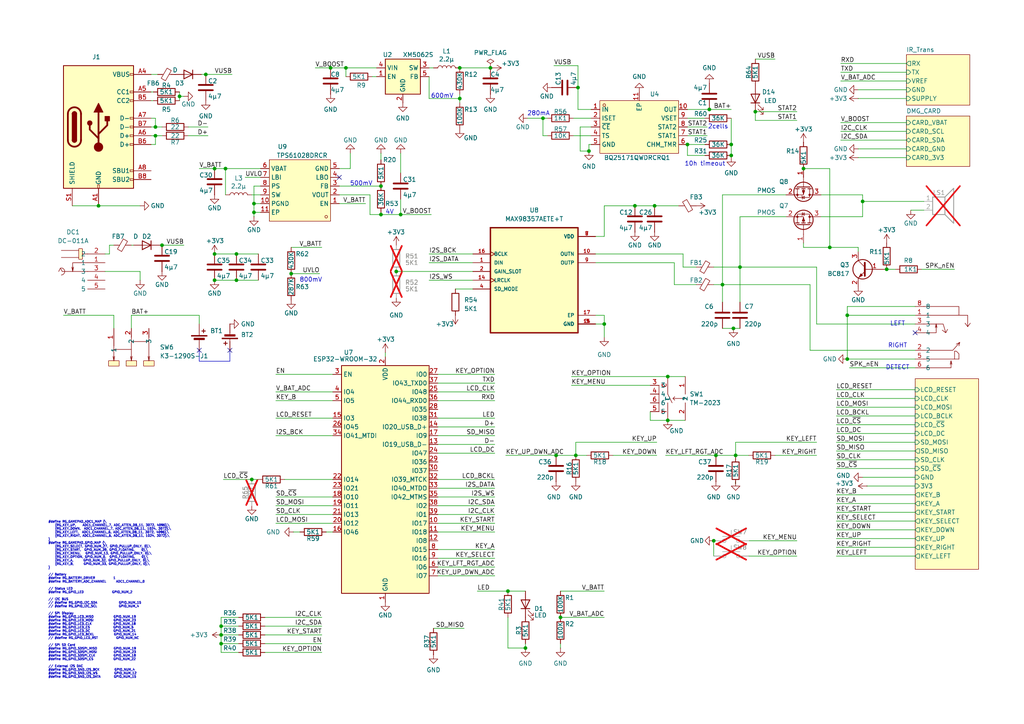
<source format=kicad_sch>
(kicad_sch (version 20231120) (generator "eeschema") (generator_version "8.0")
  (paper "A4")
  (junction (at 219.075 32.385))
  (junction (at 250.19 58.42))
  (junction (at 212.725 95.25))
  (junction (at 84.455 79.375))
  (junction (at 95.885 19.685))
  (junction (at 133.35 28.575) (diameter 0.9144))
  (junction (at 212.09 45.085))
  (junction (at 68.58 81.28))
  (junction (at 199.39 41.91))
  (junction (at 100.33 19.685))
  (junction (at 207.01 156.845))
  (junction (at 167.005 132.08))
  (junction (at 157.48 34.29))
  (junction (at 116.205 62.23))
  (junction (at 240.665 71.755))
  (junction (at 46.99 71.12))
  (junction (at 245.745 104.14))
  (junction (at 142.24 19.685) (diameter 0.9144))
  (junction (at 175.26 93.98))
  (junction (at 184.15 59.69))
  (junction (at 73.025 139.065))
  (junction (at 209.55 82.55))
  (junction (at 189.865 59.69))
  (junction (at 45.085 36.83))
  (junction (at 214.63 77.47))
  (junction (at 110.49 62.23))
  (junction (at 64.135 181.61))
  (junction (at 52.07 27.94))
  (junction (at 193.675 109.22))
  (junction (at 212.09 41.91))
  (junction (at 167.64 25.4))
  (junction (at 62.23 73.66))
  (junction (at 110.49 53.975))
  (junction (at 162.56 179.07))
  (junction (at 65.405 48.895))
  (junction (at 59.69 21.59))
  (junction (at 193.675 121.92))
  (junction (at 28.575 59.69))
  (junction (at 213.36 132.08))
  (junction (at 257.175 78.105))
  (junction (at 233.045 48.895))
  (junction (at 64.135 186.69))
  (junction (at 205.74 31.75))
  (junction (at 207.645 132.08))
  (junction (at 245.745 91.44))
  (junction (at 68.58 73.66))
  (junction (at 64.135 184.15))
  (junction (at 62.23 81.28))
  (junction (at 152.4 187.96))
  (junction (at 147.32 171.45))
  (junction (at 73.66 61.595))
  (junction (at 73.66 59.055))
  (junction (at 62.23 48.895))
  (junction (at 114.935 78.74))
  (junction (at 161.29 132.08))
  (junction (at 133.35 19.685))
  (junction (at 45.085 39.37))
  (junction (at 170.815 43.815))
  (no_connect (at 66.675 101.6))
  (no_connect (at 57.785 101.6))
  (no_connect (at 265.43 96.52))
  (no_connect (at 98.425 51.435))
  (wire (pts (xy 205.74 31.75) (xy 212.09 31.75)))
  (wire (pts (xy 175.26 93.98) (xy 175.26 97.79)))
  (wire (pts (xy 177.8 132.08) (xy 190.5 132.08)))
  (wire (pts (xy 213.36 132.08) (xy 217.17 132.08)))
  (wire (pts (xy 198.12 77.47) (xy 198.12 73.66)))
  (wire (pts (xy 38.1 71.12) (xy 38.735 71.12)))
  (wire (pts (xy 219.075 34.925) (xy 231.14 34.925)))
  (wire (pts (xy 195.58 82.55) (xy 201.93 82.55)))
  (wire (pts (xy 100.33 19.685) (xy 109.22 19.685)))
  (wire (pts (xy 175.26 68.58) (xy 175.26 59.69)))
  (wire (pts (xy 250.19 62.865) (xy 250.19 58.42)))
  (wire (pts (xy 242.57 120.65) (xy 265.43 120.65)))
  (wire (pts (xy 45.085 34.29) (xy 45.085 36.83)))
  (wire (pts (xy 243.84 40.64) (xy 262.89 40.64)))
  (wire (pts (xy 190.5 128.27) (xy 167.005 128.27)))
  (wire (pts (xy 166.37 34.29) (xy 171.45 34.29)))
  (wire (pts (xy 214.63 77.47) (xy 214.63 87.63)))
  (wire (pts (xy 53.34 27.94) (xy 52.07 27.94)))
  (wire (pts (xy 31.75 71.12) (xy 31.75 73.66)))
  (wire (pts (xy 242.57 143.51) (xy 265.43 143.51)))
  (wire (pts (xy 127 108.585) (xy 143.51 108.585)))
  (wire (pts (xy 85.09 154.305) (xy 86.995 154.305)))
  (wire (pts (xy 52.07 27.94) (xy 52.07 29.21)))
  (wire (pts (xy 62.23 48.895) (xy 65.405 48.895)))
  (wire (pts (xy 110.49 44.45) (xy 110.49 46.355)))
  (wire (pts (xy 209.55 82.55) (xy 234.95 82.55)))
  (wire (pts (xy 73.66 62.865) (xy 73.66 61.595)))
  (wire (pts (xy 170.815 41.91) (xy 171.45 41.91)))
  (wire (pts (xy 80.01 113.665) (xy 96.52 113.665)))
  (wire (pts (xy 127 113.665) (xy 143.51 113.665)))
  (wire (pts (xy 59.69 21.59) (xy 67.31 21.59)))
  (wire (pts (xy 91.44 19.685) (xy 95.885 19.685)))
  (wire (pts (xy 96.52 146.685) (xy 80.01 146.685)))
  (wire (pts (xy 167.64 25.4) (xy 167.64 19.05)))
  (wire (pts (xy 114.935 78.74) (xy 137.16 78.74)))
  (wire (pts (xy 76.835 189.23) (xy 93.345 189.23)))
  (wire (pts (xy 138.43 171.45) (xy 147.32 171.45)))
  (wire (pts (xy 233.045 48.895) (xy 240.665 48.895)))
  (wire (pts (xy 242.57 161.29) (xy 265.43 161.29)))
  (wire (pts (xy 43.815 21.59) (xy 45.72 21.59)))
  (wire (pts (xy 127 121.285) (xy 143.51 121.285)))
  (wire (pts (xy 248.92 28.575) (xy 262.89 28.575)))
  (wire (pts (xy 207.645 132.08) (xy 213.36 132.08)))
  (wire (pts (xy 73.66 53.975) (xy 73.66 59.055)))
  (wire (pts (xy 267.335 78.105) (xy 276.86 78.105)))
  (wire (pts (xy 73.66 59.055) (xy 73.66 61.595)))
  (wire (pts (xy 20.955 59.69) (xy 28.575 59.69)))
  (wire (pts (xy 82.55 139.065) (xy 96.52 139.065)))
  (wire (pts (xy 69.215 186.69) (xy 64.135 186.69)))
  (wire (pts (xy 250.19 58.42) (xy 267.97 58.42)))
  (wire (pts (xy 242.57 128.27) (xy 265.43 128.27)))
  (wire (pts (xy 147.32 179.07) (xy 147.32 187.96)))
  (wire (pts (xy 162.56 171.45) (xy 175.26 171.45)))
  (wire (pts (xy 248.92 71.755) (xy 248.92 73.025)))
  (wire (pts (xy 199.39 34.29) (xy 204.47 34.29)))
  (wire (pts (xy 160.655 19.05) (xy 167.64 19.05)))
  (wire (pts (xy 264.16 60.96) (xy 267.97 60.96)))
  (wire (pts (xy 167.005 132.08) (xy 170.18 132.08)))
  (wire (pts (xy 127 149.225) (xy 143.51 149.225)))
  (wire (pts (xy 30.48 78.74) (xy 40.64 78.74)))
  (wire (pts (xy 133.35 28.575) (xy 133.35 29.845)))
  (wire (pts (xy 212.09 41.91) (xy 212.09 45.085)))
  (wire (pts (xy 64.135 184.15) (xy 64.135 186.69)))
  (wire (pts (xy 242.57 118.11) (xy 265.43 118.11)))
  (wire (pts (xy 147.32 171.45) (xy 152.4 171.45)))
  (wire (pts (xy 233.045 71.755) (xy 240.665 71.755)))
  (wire (pts (xy 101.6 44.45) (xy 101.6 48.895)))
  (wire (pts (xy 198.12 77.47) (xy 201.93 77.47)))
  (wire (pts (xy 165.735 109.22) (xy 193.675 109.22)))
  (wire (pts (xy 246.38 106.68) (xy 265.43 106.68)))
  (wire (pts (xy 207.01 77.47) (xy 214.63 77.47)))
  (wire (pts (xy 217.17 156.845) (xy 231.14 156.845)))
  (wire (pts (xy 80.01 108.585) (xy 96.52 108.585)))
  (wire (pts (xy 127 111.125) (xy 143.51 111.125)))
  (wire (pts (xy 54.61 36.83) (xy 60.325 36.83)))
  (wire (pts (xy 71.12 51.435) (xy 75.565 51.435)))
  (wire (pts (xy 127 146.685) (xy 143.51 146.685)))
  (wire (pts (xy 127 131.445) (xy 143.51 131.445)))
  (wire (pts (xy 125.73 182.245) (xy 134.62 182.245)))
  (wire (pts (xy 73.66 53.975) (xy 75.565 53.975)))
  (wire (pts (xy 242.57 125.73) (xy 265.43 125.73)))
  (wire (pts (xy 257.175 78.105) (xy 259.715 78.105)))
  (wire (pts (xy 84.455 79.375) (xy 92.71 79.375)))
  (wire (pts (xy 96.52 126.365) (xy 80.01 126.365)))
  (wire (pts (xy 107.315 62.23) (xy 110.49 62.23)))
  (wire (pts (xy 127 123.825) (xy 143.51 123.825)))
  (wire (pts (xy 193.675 109.22) (xy 198.755 109.22)))
  (wire (pts (xy 147.32 187.96) (xy 152.4 187.96)))
  (wire (pts (xy 167.005 128.27) (xy 167.005 132.08)))
  (wire (pts (xy 195.58 76.2) (xy 172.72 76.2)))
  (wire (pts (xy 213.36 128.27) (xy 213.36 132.08)))
  (wire (pts (xy 242.57 130.81) (xy 265.43 130.81)))
  (wire (pts (xy 219.075 17.145) (xy 224.79 17.145)))
  (wire (pts (xy 68.58 81.28) (xy 74.93 81.28)))
  (wire (pts (xy 242.57 115.57) (xy 265.43 115.57)))
  (wire (pts (xy 265.43 93.98) (xy 236.855 93.98)))
  (wire (pts (xy 45.085 39.37) (xy 45.085 41.91)))
  (wire (pts (xy 31.75 73.66) (xy 30.48 73.66)))
  (wire (pts (xy 245.745 91.44) (xy 245.745 104.14)))
  (wire (pts (xy 214.63 62.865) (xy 214.63 77.47)))
  (wire (pts (xy 242.57 146.05) (xy 265.43 146.05)))
  (wire (pts (xy 233.045 70.485) (xy 233.045 71.755)))
  (wire (pts (xy 199.39 45.085) (xy 199.39 41.91)))
  (wire (pts (xy 188.595 121.92) (xy 188.595 119.38)))
  (wire (pts (xy 189.865 59.69) (xy 196.85 59.69)))
  (wire (pts (xy 111.76 102.235) (xy 111.76 103.505)))
  (wire (pts (xy 265.43 101.6) (xy 234.95 101.6)))
  (wire (pts (xy 170.815 41.91) (xy 170.815 43.815)))
  (wire (pts (xy 69.215 184.15) (xy 64.135 184.15)))
  (wire (pts (xy 158.75 39.37) (xy 157.48 39.37)))
  (wire (pts (xy 96.52 144.145) (xy 80.01 144.145)))
  (wire (pts (xy 101.6 48.895) (xy 98.425 48.895)))
  (wire (pts (xy 43.815 39.37) (xy 45.085 39.37)))
  (wire (pts (xy 69.215 181.61) (xy 64.135 181.61)))
  (wire (pts (xy 45.085 36.83) (xy 46.99 36.83)))
  (wire (pts (xy 43.815 36.83) (xy 45.085 36.83)))
  (wire (pts (xy 199.39 41.91) (xy 204.47 41.91)))
  (wire (pts (xy 214.63 77.47) (xy 236.855 77.47)))
  (wire (pts (xy 74.93 139.065) (xy 73.025 139.065)))
  (wire (pts (xy 137.16 81.28) (xy 124.46 81.28)))
  (wire (pts (xy 127 141.605) (xy 143.51 141.605)))
  (wire (pts (xy 143.51 154.305) (xy 127 154.305)))
  (wire (pts (xy 175.26 91.44) (xy 175.26 93.98)))
  (wire (pts (xy 168.275 43.815) (xy 170.815 43.815)))
  (wire (pts (xy 43.815 29.21) (xy 44.45 29.21)))
  (wire (pts (xy 33.02 95.25) (xy 33.02 91.44)))
  (wire (pts (xy 65.405 48.895) (xy 75.565 48.895)))
  (wire (pts (xy 73.025 56.515) (xy 75.565 56.515)))
  (wire (pts (xy 76.835 184.15) (xy 93.345 184.15)))
  (wire (pts (xy 69.215 179.07) (xy 64.135 179.07)))
  (wire (pts (xy 64.135 189.23) (xy 64.135 186.69)))
  (wire (pts (xy 243.84 38.1) (xy 262.89 38.1)))
  (wire (pts (xy 132.08 83.82) (xy 137.16 83.82)))
  (wire (pts (xy 98.425 53.975) (xy 110.49 53.975)))
  (wire (pts (xy 250.19 56.515) (xy 250.19 58.42)))
  (wire (pts (xy 28.575 59.69) (xy 40.64 59.69)))
  (wire (pts (xy 162.56 179.07) (xy 175.26 179.07)))
  (wire (pts (xy 248.92 43.18) (xy 262.89 43.18)))
  (wire (pts (xy 58.42 21.59) (xy 59.69 21.59)))
  (wire (pts (xy 172.72 93.98) (xy 175.26 93.98)))
  (wire (pts (xy 167.64 31.75) (xy 167.64 25.4)))
  (wire (pts (xy 199.39 39.37) (xy 205.105 39.37)))
  (wire (pts (xy 38.1 91.44) (xy 38.1 95.25)))
  (wire (pts (xy 188.595 121.92) (xy 193.675 121.92)))
  (wire (pts (xy 212.09 34.29) (xy 212.09 41.91)))
  (wire (pts (xy 110.49 62.23) (xy 116.205 62.23)))
  (wire (pts (xy 46.99 71.12) (xy 53.34 71.12)))
  (wire (pts (xy 62.23 81.28) (xy 68.58 81.28)))
  (wire (pts (xy 107.95 22.225) (xy 109.22 22.225)))
  (wire (pts (xy 172.72 73.66) (xy 198.12 73.66)))
  (wire (pts (xy 168.275 36.83) (xy 171.45 36.83)))
  (wire (pts (xy 224.79 132.08) (xy 236.855 132.08)))
  (wire (pts (xy 242.57 133.35) (xy 265.43 133.35)))
  (wire (pts (xy 209.55 82.55) (xy 209.55 87.63)))
  (wire (pts (xy 171.45 31.75) (xy 167.64 31.75)))
  (wire (pts (xy 242.57 123.19) (xy 265.43 123.19)))
  (wire (pts (xy 80.01 116.205) (xy 96.52 116.205)))
  (wire (pts (xy 157.48 39.37) (xy 157.48 34.29)))
  (wire (pts (xy 242.57 158.75) (xy 265.43 158.75)))
  (wire (pts (xy 33.02 71.12) (xy 31.75 71.12)))
  (polyline (pts (xy 57.785 104.775) (xy 66.675 104.775)))
  (wire (pts (xy 76.835 186.69) (xy 93.345 186.69)))
  (wire (pts (xy 172.72 91.44) (xy 175.26 91.44)))
  (wire (pts (xy 238.125 62.865) (xy 250.19 62.865)))
  (wire (pts (xy 199.39 31.75) (xy 205.74 31.75)))
  (wire (pts (xy 127 128.905) (xy 143.51 128.905)))
  (wire (pts (xy 256.54 78.105) (xy 257.175 78.105)))
  (wire (pts (xy 245.745 91.44) (xy 265.43 91.44)))
  (wire (pts (xy 240.665 71.755) (xy 248.92 71.755)))
  (wire (pts (xy 46.355 71.12) (xy 46.99 71.12)))
  (wire (pts (xy 43.815 26.67) (xy 44.45 26.67)))
  (wire (pts (xy 250.19 138.43) (xy 265.43 138.43)))
  (wire (pts (xy 217.17 161.29) (xy 231.14 161.29)))
  (wire (pts (xy 242.57 135.89) (xy 265.43 135.89)))
  (wire (pts (xy 251.46 140.97) (xy 265.43 140.97)))
  (wire (pts (xy 143.51 159.385) (xy 127 159.385)))
  (wire (pts (xy 107.315 56.515) (xy 98.425 56.515)))
  (wire (pts (xy 76.835 181.61) (xy 93.345 181.61)))
  (wire (pts (xy 73.025 139.065) (xy 64.77 139.065)))
  (wire (pts (xy 209.55 95.25) (xy 212.725 95.25)))
  (wire (pts (xy 143.51 167.005) (xy 127 167.005)))
  (wire (pts (xy 168.275 36.83) (xy 168.275 43.815)))
  (wire (pts (xy 234.95 82.55) (xy 234.95 101.6)))
  (wire (pts (xy 96.52 149.225) (xy 80.01 149.225)))
  (wire (pts (xy 242.57 113.03) (xy 265.43 113.03)))
  (wire (pts (xy 80.01 121.285) (xy 96.52 121.285)))
  (wire (pts (xy 84.455 71.755) (xy 93.345 71.755)))
  (wire (pts (xy 127 126.365) (xy 143.51 126.365)))
  (wire (pts (xy 193.675 121.92) (xy 198.755 121.92)))
  (wire (pts (xy 80.01 151.765) (xy 96.52 151.765)))
  (wire (pts (xy 165.735 111.76) (xy 188.595 111.76)))
  (wire (pts (xy 207.01 156.845) (xy 207.01 161.29)))
  (wire (pts (xy 137.16 73.66) (xy 124.46 73.66)))
  (wire (pts (xy 175.26 59.69) (xy 184.15 59.69)))
  (wire (pts (xy 238.125 56.515) (xy 250.19 56.515)))
  (wire (pts (xy 68.58 73.66) (xy 74.93 73.66)))
  (wire (pts (xy 184.15 59.69) (xy 189.865 59.69)))
  (wire (pts (xy 64.135 181.61) (xy 64.135 184.15)))
  (wire (pts (xy 65.405 56.515) (xy 65.405 48.895)))
  (wire (pts (xy 243.84 20.955) (xy 262.89 20.955)))
  (wire (pts (xy 161.29 132.08) (xy 167.005 132.08)))
  (wire (pts (xy 204.47 45.085) (xy 199.39 45.085)))
  (wire (pts (xy 243.84 18.415) (xy 262.89 18.415)))
  (wire (pts (xy 75.565 59.055) (xy 73.66 59.055)))
  (wire (pts (xy 73.66 61.595) (xy 75.565 61.595)))
  (wire (pts (xy 57.785 93.98) (xy 57.785 91.44)))
  (wire (pts (xy 219.075 32.385) (xy 231.14 32.385)))
  (wire (pts (xy 110.49 61.595) (xy 110.49 62.23)))
  (wire (pts (xy 45.085 39.37) (xy 46.99 39.37)))
  (polyline (pts (xy 57.785 101.6) (xy 57.785 104.775)))
  (wire (pts (xy 242.57 148.59) (xy 265.43 148.59)))
  (wire (pts (xy 43.815 34.29) (xy 45.085 34.29)))
  (wire (pts (xy 212.09 45.085) (xy 212.09 45.72)))
  (wire (pts (xy 124.46 22.225) (xy 124.46 28.575)))
  (wire (pts (xy 76.835 179.07) (xy 93.345 179.07)))
  (wire (pts (xy 245.745 88.9) (xy 245.745 91.44)))
  (wire (pts (xy 153.035 34.29) (xy 157.48 34.29)))
  (wire (pts (xy 248.92 26.035) (xy 262.89 26.035)))
  (wire (pts (xy 152.4 187.96) (xy 152.4 186.69)))
  (wire (pts (xy 265.43 88.9) (xy 245.745 88.9)))
  (wire (pts (xy 248.92 45.72) (xy 262.89 45.72)))
  (wire (pts (xy 62.23 73.66) (xy 68.58 73.66)))
  (wire (pts (xy 125.73 19.685) (xy 124.46 19.685)))
  (wire (pts (xy 100.33 19.685) (xy 100.33 22.225)))
  (wire (pts (xy 219.075 34.925) (xy 219.075 32.385)))
  (wire (pts (xy 227.965 62.865) (xy 214.63 62.865)))
  (wire (pts (xy 133.35 19.685) (xy 142.24 19.685)))
  (wire (pts (xy 137.16 76.2) (xy 124.46 76.2)))
  (wire (pts (xy 242.57 151.13) (xy 265.43 151.13)))
  (wire (pts (xy 243.84 23.495) (xy 262.89 23.495)))
  (wire (pts (xy 142.875 19.685) (xy 142.24 19.685)))
  (wire (pts (xy 212.725 95.25) (xy 214.63 95.25)))
  (wire (pts (xy 146.685 132.08) (xy 161.29 132.08)))
  (wire (pts (xy 236.855 128.27) (xy 213.36 128.27)))
  (wire (pts (xy 38.1 91.44) (xy 57.785 91.44)))
  (wire (pts (xy 143.51 139.065) (xy 127 139.065)))
  (wire (pts (xy 172.72 68.58) (xy 175.26 68.58)))
  (wire (pts (xy 236.855 77.47) (xy 236.855 93.98)))
  (wire (pts (xy 243.84 35.56) (xy 262.89 35.56)))
  (wire (pts (xy 116.205 62.23) (xy 125.095 62.23)))
  (wire (pts (xy 64.135 179.07) (xy 64.135 181.61)))
  (wire (pts (xy 54.61 39.37) (xy 60.325 39.37)))
  (wire (pts (xy 143.51 151.765) (xy 127 151.765)))
  (wire (pts (xy 96.52 154.305) (xy 94.615 154.305)))
  (wire (pts (xy 245.745 104.14) (xy 265.43 104.14)))
  (wire (pts (xy 209.55 56.515) (xy 209.55 82.55)))
  (wire (pts (xy 116.205 57.785) (xy 116.205 62.23)))
  (wire (pts (xy 193.04 132.08) (xy 207.645 132.08)))
  (wire (pts (xy 157.48 34.29) (xy 158.75 34.29)))
  (wire (pts (xy 199.39 36.83) (xy 205.105 36.83)))
  (wire (pts (xy 143.51 164.465) (xy 127 164.465)))
  (wire (pts (xy 143.51 144.145) (xy 127 144.145)))
  (wire (pts (xy 195.58 82.55) (xy 195.58 76.2)))
  (wire (pts (xy 213.36 140.335) (xy 213.36 139.7)))
  (wire (pts (xy 95.885 19.685) (xy 100.33 19.685)))
  (wire (pts (xy 18.415 91.44) (xy 33.02 91.44)))
  (wire (pts (xy 242.57 156.21) (xy 265.43 156.21)))
  (wire (pts (xy 124.46 28.575) (xy 133.35 28.575)))
  (polyline (pts (xy 66.675 101.6) (xy 66.675 104.775)))
  (wire (pts (xy 98.425 59.055) (xy 106.045 59.055)))
  (wire (pts (xy 107.315 62.23) (xy 107.315 56.515)))
  (wire (pts (xy 162.56 187.96) (xy 162.56 186.69)))
  (wire (pts (xy 143.51 161.925) (xy 127 161.925)))
  (wire (pts (xy 116.205 44.45) (xy 116.205 50.165)))
  (wire (pts (xy 43.815 41.91) (xy 45.085 41.91)))
  (wire (pts (xy 127 116.205) (xy 143.51 116.205)))
  (wire (pts (xy 133.35 27.305) (xy 133.35 28.575)))
  (wire (pts (xy 57.785 48.895) (xy 62.23 48.895)))
  (wire (pts (xy 166.37 39.37) (xy 171.45 39.37)))
  (wire (pts (xy 207.01 82.55) (xy 209.55 82.55)))
  (wire (pts (xy 242.57 153.67) (xy 265.43 153.67)))
  (wire (pts (xy 69.215 189.23) (xy 64.135 189.23)))
  (wire (pts (xy 40.64 81.28) (xy 40.64 78.74)))
  (wire (pts (xy 240.665 48.895) (xy 240.665 71.755)))
  (wire (pts (xy 227.965 56.515) (xy 209.55 56.515)))
  (wire (pts (xy 213.36 132.715) (xy 213.36 132.08)))
  (wire (pts (xy 52.07 26.67) (xy 52.07 27.94)))
  (text "RIGHT" (at 260.35 100.33 0) (effects (font (size 1.27 1.27))))
  (text "LEFT\n" (at 260.35 93.98 0) (effects (font (size 1.27 1.27))))
  (text "500mV" (at 104.775 53.34 0) (effects (font (size 1.27 1.27))))
  (text "600mV" (at 128.27 27.94 0) (effects (font (size 1.27 1.27))))
  (text "280mA" (at 156.21 33.02 0) (effects (font (size 1.27 1.27))))
  (text "2cells" (at 208.28 36.83 0) (effects (font (size 1.27 1.27))))
  (text "800mV" (at 90.17 81.28 0) (effects (font (size 1.27 1.27))))
  (text "#define RG_GAMEPAD_ADC1_MAP {\\\n    {RG_KEY_UP,    ADC1_CHANNEL_7, ADC_ATTEN_DB_11, 3072, 4096},\\\n    {RG_KEY_DOWN,  ADC1_CHANNEL_7, ADC_ATTEN_DB_11, 1024, 3072},\\\n    {RG_KEY_LEFT,  ADC1_CHANNEL_6, ADC_ATTEN_DB_11, 3072, 4096},\\\n    {RG_KEY_RIGHT, ADC1_CHANNEL_6, ADC_ATTEN_DB_11, 1024, 3072},\\\n}\n#define RG_GAMEPAD_GPIO_MAP {\\\n    {RG_KEY_SELECT, GPIO_NUM_27, GPIO_PULLUP_ONLY, 0},\\\n    {RG_KEY_START,  GPIO_NUM_39, GPIO_FLOATING,    0},\\\n    {RG_KEY_MENU,   GPIO_NUM_13, GPIO_PULLUP_ONLY, 0},\\\n    {RG_KEY_OPTION, GPIO_NUM_0,  GPIO_FLOATING,    0},\\\n    {RG_KEY_A,      GPIO_NUM_32, GPIO_PULLUP_ONLY, 0},\\\n    {RG_KEY_B,      GPIO_NUM_33, GPIO_PULLUP_ONLY, 0},\\\n}\n\n// Battery\n#define RG_BATTERY_DRIVER           1\n#define RG_BATTERY_ADC_CHANNEL      ADC1_CHANNEL_0\n\n// Status LED\n#define RG_GPIO_LED                 GPIO_NUM_2\n\n// I2C BUS\n// #define RG_GPIO_I2C_SDA             GPIO_NUM_15\n// #define RG_GPIO_I2C_SCL             GPIO_NUM_4\n\n// SPI Display\n#define RG_GPIO_LCD_MISO            GPIO_NUM_19\n#define RG_GPIO_LCD_MOSI            GPIO_NUM_23\n#define RG_GPIO_LCD_CLK             GPIO_NUM_18\n#define RG_GPIO_LCD_CS              GPIO_NUM_5\n#define RG_GPIO_LCD_DC              GPIO_NUM_21\n#define RG_GPIO_LCD_BCKL            GPIO_NUM_14\n// #define RG_GPIO_LCD_RST           GPIO_NUM_NC\n\n// SPI SD Card\n#define RG_GPIO_SDSPI_MISO          GPIO_NUM_19\n#define RG_GPIO_SDSPI_MOSI          GPIO_NUM_23\n#define RG_GPIO_SDSPI_CLK           GPIO_NUM_18\n#define RG_GPIO_SDSPI_CS            GPIO_NUM_22\n\n// External I2S DAC\n#define RG_GPIO_SND_I2S_BCK         GPIO_NUM_4\n#define RG_GPIO_SND_I2S_WS          GPIO_NUM_12\n#define RG_GPIO_SND_I2S_DATA        GPIO_NUM_15" (at 13.97 173.99 0) (effects (font (size 0.635 0.635)) (justify left)))
  (text "DETECT" (at 260.35 106.68 0) (effects (font (size 1.27 1.27))))
  (text "10h timeout" (at 204.47 47.625 0) (effects (font (size 1.27 1.27))))
  (text "4V" (at 113.03 61.595 0) (effects (font (size 1.27 1.27))))
  (label "LCD_DC" (at 143.51 131.445 180))
  (label "V_BOOST" (at 125.095 62.23 180))
  (label "SD_MISO" (at 143.51 126.365 180))
  (label "I2C_SDA" (at 243.84 40.64 0))
  (label "V_BATT" (at 175.26 171.45 180))
  (label "RXD" (at 143.51 116.205 180))
  (label "V_BATT" (at 57.785 48.895 0))
  (label "I2S_DATA" (at 124.46 76.2 0))
  (label "UVLO" (at 92.71 79.375 180))
  (label "TXD" (at 243.84 20.955 0))
  (label "KEY_START" (at 143.51 151.765 180))
  (label "KEY_SELECT" (at 143.51 161.925 180))
  (label "STAT2" (at 205.105 36.83 180))
  (label "KEY_RIGHT" (at 236.855 132.08 180))
  (label "UVLO" (at 71.12 51.435 0))
  (label "V_BAT_ADC" (at 175.26 179.07 180))
  (label "RXD" (at 243.84 18.415 0))
  (label "BAT+" (at 38.1 91.44 0))
  (label "V_BOOST" (at 243.84 35.56 0))
  (label "I2C_CLK" (at 143.51 149.225 180))
  (label "LCD_BCKL" (at 143.51 139.065 180))
  (label "LED" (at 138.43 171.45 0))
  (label "VUSB" (at 160.655 19.05 0))
  (label "KEY_UP_DWN_ADC" (at 143.51 167.005 180))
  (label "KEY_RIGHT" (at 242.57 158.75 0))
  (label "KEY_LEFT" (at 236.855 128.27 180))
  (label "LCD_CLK" (at 242.57 115.57 0))
  (label "KEY_DOWN" (at 190.5 132.08 180))
  (label "SD_CLK" (at 80.01 149.225 0))
  (label "TXD" (at 143.51 111.125 180))
  (label "LCD_CLK" (at 143.51 113.665 180))
  (label "KEY_LEFT" (at 242.57 161.29 0))
  (label "BAT+" (at 212.09 31.75 180))
  (label "LCD_MOSI" (at 80.01 151.765 0))
  (label "EN" (at 93.345 186.69 180))
  (label "I2S_BCK" (at 124.46 73.66 0))
  (label "SD_MISO" (at 242.57 130.81 0))
  (label "STAT1" (at 205.105 39.37 180))
  (label "LCD_RESET" (at 242.57 113.03 0))
  (label "LCD_BCKL" (at 242.57 120.65 0))
  (label "KEY_B" (at 242.57 143.51 0))
  (label "KEY_OPTION" (at 165.735 109.22 0))
  (label "KEY_OPTION" (at 231.14 161.29 180))
  (label "SD_MISO" (at 134.62 182.245 180))
  (label "V_BOOST" (at 91.44 19.685 0))
  (label "KEY_MENU" (at 165.735 111.76 0))
  (label "I2S_BCK" (at 80.01 126.365 0))
  (label "KEY_UP" (at 190.5 128.27 180))
  (label "SD_CLK" (at 242.57 133.35 0))
  (label "LCD_RESET" (at 80.01 121.285 0))
  (label "I2C_SDA" (at 93.345 181.61 180))
  (label "V_BATT" (at 106.045 59.055 180))
  (label "KEY_A" (at 143.51 159.385 180))
  (label "LCD_MOSI" (at 242.57 118.11 0))
  (label "SPK_nEN" (at 246.38 106.68 0))
  (label "I2S_DATA" (at 143.51 141.605 180))
  (label "SD_MOSI" (at 242.57 128.27 0))
  (label "I2S_WS" (at 124.46 81.28 0))
  (label "V_BAT_ADC" (at 80.01 113.665 0))
  (label "SD_MOSI" (at 80.01 146.685 0))
  (label "KEY_A" (at 242.57 146.05 0))
  (label "I2C_CLK" (at 243.84 38.1 0))
  (label "KEY_UP_DWN_ADC" (at 146.685 132.08 0))
  (label "EN" (at 80.01 108.585 0))
  (label "V_BATT" (at 18.415 91.44 0))
  (label "I2C_SDA" (at 143.51 146.685 180))
  (label "D+" (at 143.51 123.825 180))
  (label "STAT1" (at 231.14 34.925 180))
  (label "VUSB" (at 53.34 71.12 180))
  (label "KEY_B" (at 80.01 116.205 0))
  (label "KEY_MENU" (at 231.14 156.845 180))
  (label "KEY_LFT_RGT_ADC" (at 143.51 164.465 180))
  (label "LCD_DC" (at 242.57 125.73 0))
  (label "KEY_MENU" (at 143.51 154.305 180))
  (label "I2S_WS" (at 143.51 144.145 180))
  (label "D-" (at 143.51 128.905 180))
  (label "LCD_~{CS}" (at 64.77 139.065 0))
  (label "VUSB" (at 224.79 17.145 180))
  (label "STAT2" (at 231.14 32.385 180))
  (label "KEY_LFT_RGT_ADC" (at 193.04 132.08 0))
  (label "KEY_OPTION" (at 143.51 108.585 180))
  (label "KEY_SELECT" (at 242.57 151.13 0))
  (label "LCD_~{CS}" (at 242.57 123.19 0))
  (label "SD_~{CS}" (at 242.57 135.89 0))
  (label "V_BATT" (at 93.345 71.755 180))
  (label "D-" (at 60.325 36.83 180))
  (label "KEY_START" (at 242.57 148.59 0))
  (label "SPK_nEN" (at 276.86 78.105 180))
  (label "KEY_START" (at 93.345 184.15 180))
  (label "KEY_OPTION" (at 93.345 189.23 180))
  (label "V_BAT_ADC" (at 243.84 23.495 0))
  (label "LED" (at 143.51 121.285 180))
  (label "I2C_CLK" (at 93.345 179.07 180))
  (label "KEY_DOWN" (at 242.57 153.67 0))
  (label "KEY_UP" (at 242.57 156.21 0))
  (label "SD_~{CS}" (at 80.01 144.145 0))
  (label "D+" (at 60.325 39.37 180))
  (label "VUSB" (at 67.31 21.59 180))
  (symbol (lib_id "Device:R") (at 162.56 34.29 270) (unit 1)
    (property "Reference" "R56" (at 162.56 32.385 90))
    (property "Value" "1K1" (at 162.56 34.29 90))
    (property "Footprint" "Resistor_SMD:R_0603_1608Metric" (effects (hide yes)))
    (property "LCSC" "C2906975" (effects (hide yes)))
    (property "SOURCED" "ok" (effects (hide yes)))
  )
  (symbol (lib_id "Device:C") (at 68.58 77.47 0) (unit 1)
    (property "Reference" "C34" (at 69.215 75.565 0) (effects (justify left)))
    (property "Value" "4µ7" (at 69.215 80.01 0) (effects (justify left)))
    (property "Footprint" "Capacitor_SMD:C_0603_1608Metric" (effects (hide yes)))
    (property "Description" "25V" (effects (hide yes)))
    (property "LCSC" "C69335" (effects (hide yes)))
    (property "SOURCED" "ok" (effects (hide yes)))
  )
  (symbol (lib_id "Device:FerriteBead_Small") (at 204.47 82.55 90) (unit 1)
    (property "Reference" "FB2" (at 201.93 81.28 90))
    (property "Value" "FerriteBead_Small" (effects (hide yes)))
    (property "Footprint" "Inductor_SMD:L_0805_2012Metric" (effects (hide yes)))
    (property "Description" "600R 100MHz 100mOhm 2Amp" (effects (hide yes)))
    (property "LCSC" "C963878" (effects (hide yes)))
    (property "SOURCED" "ok" (effects (hide yes)))
  )
  (symbol (lib_id "power:+3V3") (at 251.46 140.97 90) (mirror x) (unit 1)
    (property "Reference" "#PWR026" (effects (hide yes)))
    (property "Value" "+3V3" (at 247.523 140.208 90) (effects (justify left)))
  )
  (symbol (lib_id "easyeda2kicad:DC-011A") (at 24.13 76.2 0) (unit 1)
    (property "Reference" "DC1" (at 21.21 67.31 0))
    (property "Value" "DC-011A" (at 21.21 69.85 0))
    (property "Footprint" "easyeda2kicad:DC-IN-TH_DC-011A" (effects (hide yes)))
    (property "Datasheet" "https://www.lcsc.com/datasheet/lcsc_datasheet_2110111230_XKB-Connection-DC-011A_C480366.pdf" (effects (hide yes)))
    (property "LCSC Part" "C480366" (effects (hide yes)))
    (property "SOURCED" "ok" (effects (hide yes)))
    (property "LCSC" "C480366" (effects (hide yes)))
  )
  (symbol (lib_id "Device:R") (at 219.075 20.955 0) (unit 1)
    (property "Reference" "R64" (at 217.17 20.955 90))
    (property "Value" "5K1" (at 219.075 20.955 90))
    (property "Footprint" "Resistor_SMD:R_0603_1608Metric" (effects (hide yes)))
    (property "LCSC" "C26000" (effects (hide yes)))
    (property "SOURCED" "ok" (effects (hide yes)))
  )
  (symbol (lib_id "Device:C") (at 59.69 25.4 0) (unit 1)
    (property "Reference" "C2" (at 60.325 23.495 0) (effects (justify left)))
    (property "Value" "4µ7" (at 60.325 27.94 0) (effects (justify left)))
    (property "Footprint" "Capacitor_SMD:C_0603_1608Metric" (effects (hide yes)))
    (property "Description" "25V" (effects (hide yes)))
    (property "LCSC" "C69335" (effects (hide yes)))
    (property "SOURCED" "ok" (effects (hide yes)))
  )
  (symbol (lib_id "Regulator_Switching:TLV62568DBV") (at 116.84 22.225 0) (unit 1)
    (property "Reference" "U2" (at 112.395 15.875 0))
    (property "Value" "XM5062S" (at 121.285 15.875 0))
    (property "Footprint" "Package_TO_SOT_SMD:SOT-23-5" (effects (hide yes)))
    (property "Datasheet" "https://datasheet.lcsc.com/lcsc/2111231130_XySemi-XM5062S-ADJ_C2924930.pdf" (effects (hide yes)))
    (property "LCSC" "C2924930" (effects (hide yes)))
    (property "SOURCED" "ok" (effects (hide yes)))
  )
  (symbol (lib_id "Device:R") (at 50.8 39.37 90) (unit 1)
    (property "Reference" "R7" (at 50.8 41.275 90))
    (property "Value" "22" (at 50.8 39.37 90))
    (property "Footprint" "Resistor_SMD:R_0603_1608Metric" (effects (hide yes)))
    (property "LCSC" "C1203" (effects (hide yes)))
    (property "SOURCED" "ok" (effects (hide yes)))
  )
  (symbol (lib_id "power:GND") (at 185.42 26.67 180) (unit 1)
    (property "Reference" "#PWR069" (effects (hide yes)))
    (property "Value" "GND" (at 185.42 22.225 0))
    (property "Description" "Power symbol creates a global label with name \"GND\" , ground" (effects (hide yes)))
  )
  (symbol (lib_id "Device:R") (at 114.935 74.93 0) (unit 1) (in_bom no) (dnp yes)
    (property "Reference" "R51" (at 117.475 74.2949 0) (effects (justify left)))
    (property "Value" "5K1" (at 117.475 76.2 0) (effects (justify left)))
    (property "Footprint" "Resistor_SMD:R_0603_1608Metric" (effects (hide yes)))
    (property "LCSC" "C26000" (effects (hide yes)))
  )
  (symbol (lib_id "Device:R") (at 73.025 186.69 270) (unit 1)
    (property "Reference" "R39" (at 66.675 185.42 90))
    (property "Value" "5K1" (at 73.025 186.69 90))
    (property "Footprint" "Resistor_SMD:R_0603_1608Metric" (effects (hide yes)))
    (property "LCSC" "C26000" (effects (hide yes)))
    (property "SOURCED" "ok" (effects (hide yes)))
  )
  (symbol (lib_id "theBrutzler:ESP32-S3-WROOM-N16R8") (at 111.76 139.065 0) (unit 1)
    (property "Reference" "U7" (at 99.695 102.235 0) (effects (justify left)))
    (property "Value" "ESP32-WROOM-32" (at 90.805 104.14 0) (effects (justify left)))
    (property "Footprint" "TheBrutzlers_Lib:ESP32-S3-WROOM-1" (effects (hide yes)))
    (property "Datasheet" "https://www.mouser.de/datasheet/2/891/esp32_s3_wroom_1_wroom_1u_datasheet_en-2930317.pdf" (effects (hide yes)))
    (property "Description" "RF Module, ESP32-S3-WROOM-1-N16R8 SoC, Wi-Fi 802.11b/g/n, Bluetooth, BLE, 32-bit, 2.7-3.6V, onboard antenna, SMD" (effects (hide yes)))
    (property "LCSC" "C2913201" (effects (hide yes)))
  )
  (symbol (lib_id "power:GND") (at 62.23 81.28 0) (unit 1)
    (property "Reference" "#PWR037" (effects (hide yes)))
    (property "Value" "GND" (at 62.23 85.09 0))
    (property "Description" "Power symbol creates a global label with name \"GND\" , ground" (effects (hide yes)))
  )
  (symbol (lib_id "power:GND") (at 114.935 86.36 0) (mirror y) (unit 1)
    (property "Reference" "#PWR032" (effects (hide yes)))
    (property "Value" "GND" (at 114.935 91.44 0))
  )
  (symbol (lib_id "power:GND") (at 167.005 139.7 0) (unit 1)
    (property "Reference" "#PWR021" (effects (hide yes)))
    (property "Value" "GND" (at 167.005 144.145 0))
    (property "Description" "Power symbol creates a global label with name \"GND\" , ground" (effects (hide yes)))
  )
  (symbol (lib_id "power:GND") (at 248.92 83.185 0) (mirror y) (unit 1)
    (property "Reference" "#PWR014" (effects (hide yes)))
    (property "Value" "GND" (at 248.92 86.995 0))
  )
  (symbol (lib_id "Device:R") (at 152.4 182.88 0) (unit 1)
    (property "Reference" "R3" (at 150.495 182.88 90))
    (property "Value" "5K1" (at 152.4 182.88 90))
    (property "Footprint" "Resistor_SMD:R_0603_1608Metric" (effects (hide yes)))
    (property "LCSC" "C26000" (effects (hide yes)))
    (property "SOURCED" "ok" (effects (hide yes)))
  )
  (symbol (lib_id "power:GND") (at 189.865 67.31 0) (unit 1)
    (property "Reference" "#PWR023" (effects (hide yes)))
    (property "Value" "GND" (at 189.865 71.12 0))
  )
  (symbol (lib_id "power:GND") (at 245.745 104.14 270) (mirror x) (unit 1)
    (property "Reference" "#PWR031" (effects (hide yes)))
    (property "Value" "GND" (at 240.665 104.14 90))
  )
  (symbol (lib_id "Device:FerriteBead_Small") (at 35.56 71.12 90) (unit 1)
    (property "Reference" "FB7" (at 34.29 68.58 90))
    (property "Value" "FerriteBead_Small" (effects (hide yes)))
    (property "Footprint" "Inductor_SMD:L_0805_2012Metric" (effects (hide yes)))
    (property "Description" "600R 100MHz 100mOhm 2Amp" (effects (hide yes)))
    (property "LCSC" "C963878" (effects (hide yes)))
    (property "SOURCED" "ok" (effects (hide yes)))
  )
  (symbol (lib_id "power:GND") (at 59.69 29.21 0) (unit 1)
    (property "Reference" "#PWR07" (effects (hide yes)))
    (property "Value" "GND" (at 59.69 33.655 0))
    (property "Description" "Power symbol creates a global label with name \"GND\" , ground" (effects (hide yes)))
  )
  (symbol (lib_id "power:GND") (at 116.205 44.45 180) (unit 1)
    (property "Reference" "#PWR068" (effects (hide yes)))
    (property "Value" "GND" (at 116.205 40.64 0))
    (property "Description" "Power symbol creates a global label with name \"GND\" , ground" (effects (hide yes)))
  )
  (symbol (lib_id "power:+3V3") (at 248.92 28.575 90) (unit 1)
    (property "Reference" "#PWR056" (effects (hide yes)))
    (property "Value" "+3V3" (at 245.745 28.5749 90) (effects (justify left)))
    (property "Description" "Power symbol creates a global label with name \"+3V3\"" (effects (hide yes)))
  )
  (symbol (lib_id "power:GND") (at 162.56 187.96 0) (unit 1)
    (property "Reference" "#PWR02" (effects (hide yes)))
    (property "Value" "GND" (at 162.56 192.405 0))
    (property "Description" "Power symbol creates a global label with name \"GND\" , ground" (effects (hide yes)))
  )
  (symbol (lib_id "Device:LED") (at 152.4 175.26 90) (unit 1)
    (property "Reference" "D1" (at 154.94 176.53 90) (effects (justify right)))
    (property "Value" "LED" (at 154.94 178.435 90) (effects (justify right)))
    (property "Footprint" "LED_THT:LED_D3.0mm_FlatTop" (effects (hide yes)))
    (property "Description" "Light emitting diode" (effects (hide yes)))
    (property "LCSC" "C440523" (effects (hide yes)))
    (property "SOURCED" "ok" (effects (hide yes)))
  )
  (symbol (lib_id "power:GND") (at 62.23 56.515 0) (unit 1)
    (property "Reference" "#PWR064" (effects (hide yes)))
    (property "Value" "GND" (at 62.23 60.325 0))
    (property "Description" "Power symbol creates a global label with name \"GND\" , ground" (effects (hide yes)))
  )
  (symbol (lib_id "Device:C") (at 214.63 91.44 180) (unit 1)
    (property "Reference" "C7" (at 215.9 88.9 0) (effects (justify right)))
    (property "Value" "220p" (at 215.9 93.98 0) (effects (justify right)))
    (property "Footprint" "Capacitor_SMD:C_0603_1608Metric" (effects (hide yes)))
    (property "Description" "50V" (effects (hide yes)))
    (property "LCSC" "C107081" (effects (hide yes)))
    (property "SOURCED" "ok" (effects (hide yes)))
  )
  (symbol (lib_id "power:+3V3") (at 248.92 45.72 90) (unit 1)
    (property "Reference" "#PWR040" (effects (hide yes)))
    (property "Value" "+3V3" (at 245.745 45.7199 90) (effects (justify left)))
    (property "Description" "Power symbol creates a global label with name \"+3V3\"" (effects (hide yes)))
  )
  (symbol (lib_id "Device:C") (at 207.645 135.89 0) (unit 1)
    (property "Reference" "C37" (at 206.375 133.985 0) (effects (justify right)))
    (property "Value" "220p" (at 207.01 138.43 0) (effects (justify right)))
    (property "Footprint" "Capacitor_SMD:C_0603_1608Metric" (effects (hide yes)))
    (property "Description" "50V" (effects (hide yes)))
    (property "LCSC" "C107081" (effects (hide yes)))
    (property "SOURCED" "ok" (effects (hide yes)))
  )
  (symbol (lib_id "Device:C") (at 46.99 74.93 0) (unit 1)
    (property "Reference" "C19" (at 47.625 73.025 0) (effects (justify left)))
    (property "Value" "4µ7" (at 47.625 77.47 0) (effects (justify left)))
    (property "Footprint" "Capacitor_SMD:C_0603_1608Metric" (effects (hide yes)))
    (property "Description" "25V" (effects (hide yes)))
    (property "LCSC" "C69335" (effects (hide yes)))
    (property "SOURCED" "ok" (effects (hide yes)))
  )
  (symbol (lib_id "Device:R") (at 84.455 83.185 0) (unit 1)
    (property "Reference" "R63" (at 85.725 83.185 0) (effects (justify left)))
    (property "Value" "287K" (at 84.455 85.725 90) (effects (justify left)))
    (property "Footprint" "Resistor_SMD:R_0603_1608Metric" (effects (hide yes)))
    (property "LCSC" "C22972" (effects (hide yes)))
    (property "SOURCED" "ok" (effects (hide yes)))
  )
  (symbol (lib_id "power:GND") (at 125.73 189.865 0) (unit 1)
    (property "Reference" "#PWR033" (effects (hide yes)))
    (property "Value" "GND" (at 125.73 194.31 0))
    (property "Description" "Power symbol creates a global label with name \"GND\" , ground" (effects (hide yes)))
  )
  (symbol (lib_id "Device:R") (at 84.455 75.565 0) (unit 1)
    (property "Reference" "R62" (at 85.725 73.66 0) (effects (justify left)))
    (property "Value" "430K" (at 84.455 78.105 90) (effects (justify left)))
    (property "Footprint" "Resistor_SMD:R_0603_1608Metric" (effects (hide yes)))
    (property "LCSC" "C25969" (effects (hide yes)))
    (property "SOURCED" "ok" (effects (hide yes)))
  )
  (symbol (lib_id "Transistor_BJT:BC817") (at 251.46 78.105 0) (mirror y) (unit 1)
    (property "Reference" "Q3" (at 246.38 76.8349 0) (effects (justify left)))
    (property "Value" "BC817" (at 246.38 79.3749 0) (effects (justify left)))
    (property "Footprint" "Package_TO_SOT_SMD:SOT-323_SC-70" (effects (hide yes)))
    (property "Datasheet" "https://www.onsemi.com/pub/Collateral/BC818-D.pdf" (effects (hide yes)))
    (property "Description" "0.8A Ic, 45V Vce, NPN Transistor, SOT-23" (effects (hide yes)))
    (property "LCSC" "C605312" (effects (hide yes)))
    (property "SOURCED" "ok" (effects (hide yes)))
  )
  (symbol (lib_id "power:+3V3") (at 201.93 59.69 270) (mirror x) (unit 1)
    (property "Reference" "#PWR057" (effects (hide yes)))
    (property "Value" "+3V3" (at 202.565 61.595 90) (effects (justify left)))
    (property "Description" "Power symbol creates a global label with name \"+3V3\"" (effects (hide yes)))
  )
  (symbol (lib_id "Device:R") (at 48.26 29.21 90) (unit 1)
    (property "Reference" "R5" (at 48.26 31.75 90))
    (property "Value" "5K1" (at 48.26 29.21 90))
    (property "Footprint" "Resistor_SMD:R_0603_1608Metric" (effects (hide yes)))
    (property "LCSC" "C26000" (effects (hide yes)))
    (property "SOURCED" "ok" (effects (hide yes)))
  )
  (symbol (lib_id "power:GND") (at 111.76 174.625 0) (mirror y) (unit 1)
    (property "Reference" "#PWR027" (effects (hide yes)))
    (property "Value" "GND" (at 111.76 178.435 0))
    (property "Description" "Power symbol creates a global label with name \"GND\" , ground" (effects (hide yes)))
  )
  (symbol (lib_id "power:GND") (at 213.36 139.7 0) (unit 1)
    (property "Reference" "#PWR022" (effects (hide yes)))
    (property "Value" "GND" (at 212.725 144.145 0))
    (property "Description" "Power symbol creates a global label with name \"GND\" , ground" (effects (hide yes)))
  )
  (symbol (lib_id "power:GND") (at 133.35 37.465 0) (unit 1)
    (property "Reference" "#PWR013" (effects (hide yes)))
    (property "Value" "GND" (at 136.525 40.005 0))
    (property "Description" "Power symbol creates a global label with name \"GND\" , ground" (effects (hide yes)))
  )
  (symbol (lib_id "Device:R") (at 110.49 50.165 0) (unit 1)
    (property "Reference" "R20" (at 113.03 46.355 0))
    (property "Value" "5K1" (at 110.49 50.165 90))
    (property "Footprint" "Resistor_SMD:R_0603_1608Metric" (effects (hide yes)))
    (property "LCSC" "C26000" (effects (hide yes)))
    (property "SOURCED" "ok" (effects (hide yes)))
  )
  (symbol (lib_id "Device:R") (at 233.045 45.085 0) (unit 1)
    (property "Reference" "R14" (at 227.965 43.815 0) (effects (justify left)))
    (property "Value" "5K1" (at 233.045 47.625 90) (effects (justify left)))
    (property "Footprint" "Resistor_SMD:R_0603_1608Metric" (effects (hide yes)))
    (property "LCSC" "C26000" (effects (hide yes)))
    (property "SOURCED" "ok" (effects (hide yes)))
  )
  (symbol (lib_id "Device:C") (at 116.205 53.975 0) (unit 1)
    (property "Reference" "C31" (at 116.84 52.07 0) (effects (justify left)))
    (property "Value" "4µ7" (at 116.84 56.515 0) (effects (justify left)))
    (property "Footprint" "Capacitor_SMD:C_0603_1608Metric" (effects (hide yes)))
    (property "Description" "25V" (effects (hide yes)))
    (property "LCSC" "C69335" (effects (hide yes)))
    (property "SOURCED" "ok" (effects (hide yes)))
  )
  (symbol (lib_id "Device:C") (at 95.885 23.495 0) (unit 1)
    (property "Reference" "C8" (at 95.885 21.59 0) (effects (justify left)))
    (property "Value" "4µ7" (at 95.885 26.035 0) (effects (justify left)))
    (property "Footprint" "Capacitor_SMD:C_0603_1608Metric" (effects (hide yes)))
    (property "Description" "25V" (effects (hide yes)))
    (property "LCSC" "C69335" (effects (hide yes)))
    (property "SOURCED" "ok" (effects (hide yes)))
  )
  (symbol (lib_id "Device:R") (at 73.025 184.15 270) (unit 1)
    (property "Reference" "R38" (at 66.675 182.88 90))
    (property "Value" "5K1" (at 73.025 184.15 90))
    (property "Footprint" "Resistor_SMD:R_0603_1608Metric" (effects (hide yes)))
    (property "LCSC" "C26000" (effects (hide yes)))
    (property "SOURCED" "ok" (effects (hide yes)))
  )
  (symbol (lib_id "power:GND") (at 153.035 34.29 270) (unit 1)
    (property "Reference" "#PWR034" (effects (hide yes)))
    (property "Value" "GND" (at 153.67 36.83 90) (effects (justify right)))
    (property "Description" "Power symbol creates a global label with name \"GND\" , ground" (effects (hide yes)))
  )
  (symbol (lib_id "Device:FerriteBead_Small") (at 204.47 77.47 90) (unit 1)
    (property "Reference" "FB1" (at 201.93 76.2 90))
    (property "Value" "FerriteBead_Small" (effects (hide yes)))
    (property "Footprint" "Inductor_SMD:L_0805_2012Metric" (effects (hide yes)))
    (property "Description" "600R 100MHz 100mOhm 2Amp" (effects (hide yes)))
    (property "LCSC" "C963878" (effects (hide yes)))
    (property "SOURCED" "ok" (effects (hide yes)))
  )
  (symbol (lib_id "MAX98357AETE_T:MAX98357AETE+T") (at 154.94 81.28 0) (unit 1)
    (property "Reference" "U8" (at 154.94 60.96 0))
    (property "Value" "MAX98357AETE+T" (at 154.94 63.5 0))
    (property "Footprint" "Package_DFN_QFN:QFN-16-1EP_3x3mm_P0.5mm_EP1.45x1.45mm" (effects (hide yes)))
    (property "Datasheet" "https://datasheet.lcsc.com/lcsc/2201242100_Maxim-Integrated-MAX98357AETE-T_C910544.pdf" (effects (hide yes)))
    (property "Description" "Audio Amp Speaker 1-CH Mono Class-D 16-Pin TQFN EP T/R" (effects (hide yes)))
    (property "LCSC" "C910544" (effects (hide yes)))
  )
  (symbol (lib_id "Device:C") (at 74.93 77.47 0) (unit 1)
    (property "Reference" "C33" (at 75.565 75.565 0) (effects (justify left)))
    (property "Value" "4µ7" (at 75.565 80.01 0) (effects (justify left)))
    (property "Footprint" "Capacitor_SMD:C_0603_1608Metric" (effects (hide yes)))
    (property "Description" "25V" (effects (hide yes)))
    (property "LCSC" "C69335" (effects (hide yes)))
    (property "SOURCED" "ok" (effects (hide yes)))
  )
  (symbol (lib_id "power:GND") (at 161.29 139.7 0) (unit 1)
    (property "Reference" "#PWR074" (effects (hide yes)))
    (property "Value" "GND" (at 160.655 144.145 0))
    (property "Description" "Power symbol creates a global label with name \"GND\" , ground" (effects (hide yes)))
  )
  (symbol (lib_id "Device:R") (at 257.175 74.295 0) (unit 1)
    (property "Reference" "R11" (at 252.095 73.025 0) (effects (justify left)))
    (property "Value" "5K1" (at 257.175 76.835 90) (effects (justify left)))
    (property "Footprint" "Resistor_SMD:R_0603_1608Metric" (effects (hide yes)))
    (property "LCSC" "C26000" (effects (hide yes)))
    (property "SOURCED" "ok" (effects (hide yes)))
  )
  (symbol (lib_id "power:GND") (at 207.645 139.7 0) (unit 1)
    (property "Reference" "#PWR073" (effects (hide yes)))
    (property "Value" "GND" (at 207.01 144.145 0))
    (property "Description" "Power symbol creates a global label with name \"GND\" , ground" (effects (hide yes)))
  )
  (symbol (lib_id "Device:Battery_Cell") (at 66.675 96.52 180) (unit 1)
    (property "Reference" "BT2" (at 69.85 97.0914 0) (effects (justify right)))
    (property "Value" "Battery_Cell" (effects (hide yes)))
    (property "Footprint" "easyeda2kicad:BAT-SMD_MY-FJ-3031" (effects (hide yes)))
    (property "Description" "Single-cell battery" (effects (hide yes)))
    (property "LCSC" "C964876" (effects (hide yes)))
    (property "ALI" "1005004658894022" (effects (hide yes)))
  )
  (symbol (lib_id "power:+3V3") (at 111.76 102.235 0) (unit 1)
    (property "Reference" "#PWR079" (effects (hide yes)))
    (property "Value" "+3V3" (at 109.22 98.425 0) (effects (justify left)))
    (property "Description" "Power symbol creates a global label with name \"+3V3\"" (effects (hide yes)))
  )
  (symbol (lib_id "Device:R") (at 48.26 26.67 270) (unit 1)
    (property "Reference" "R4" (at 48.26 24.765 90))
    (property "Value" "5K1" (at 48.26 26.67 90))
    (property "Footprint" "Resistor_SMD:R_0603_1608Metric" (effects (hide yes)))
    (property "LCSC" "C26000" (effects (hide yes)))
    (property "SOURCED" "ok" (effects (hide yes)))
  )
  (symbol (lib_id "power:GND") (at 85.09 154.305 270) (unit 1)
    (property "Reference" "#PWR076" (effects (hide yes)))
    (property "Value" "GND" (at 81.28 154.3051 90) (effects (justify right)))
    (property "Description" "Power symbol creates a global label with name \"GND\" , ground" (effects (hide yes)))
  )
  (symbol (lib_id "Device:R") (at 110.49 57.785 0) (unit 1)
    (property "Reference" "R53" (at 113.665 59.055 0))
    (property "Value" "36K" (at 110.49 57.785 90))
    (property "Footprint" "Resistor_SMD:R_0603_1608Metric" (effects (hide yes)))
    (property "LCSC" "C23147" (effects (hide yes)))
    (property "SOURCED" "ok" (effects (hide yes)))
  )
  (symbol (lib_id "Device:R") (at 167.005 135.89 0) (unit 1)
    (property "Reference" "R16" (at 165.1 135.89 90))
    (property "Value" "5K1" (at 167.005 135.89 90))
    (property "Footprint" "Resistor_SMD:R_0603_1608Metric" (effects (hide yes)))
    (property "LCSC" "C26000" (effects (hide yes)))
    (property "SOURCED" "ok" (effects (hide yes)))
  )
  (symbol (lib_id "Device:D") (at 54.61 21.59 180) (unit 1)
    (property "Reference" "D3" (at 52.07 24.13 0))
    (property "Value" "D" (at 50.8 20.32 0))
    (property "Footprint" "Diode_SMD:Nexperia_CFP3_SOD-123W" (effects (hide yes)))
    (property "Description" "Diode" (effects (hide yes)))
    (property "Sim.Device" "D" (effects (hide yes)))
    (property "Sim.Pins" "1=K 2=A" (effects (hide yes)))
    (property "LCSC" "C5120763" (effects (hide yes)))
    (property "SOURCED" "ok" (effects (hide yes)))
  )
  (symbol (lib_id "power:GND") (at 95.885 27.305 0) (unit 1)
    (property "Reference" "#PWR049" (effects (hide yes)))
    (property "Value" "GND" (at 95.885 31.75 0))
    (property "Description" "Power symbol creates a global label with name \"GND\" , ground" (effects (hide yes)))
  )
  (symbol (lib_id "power:GND") (at 250.19 138.43 270) (unit 1)
    (property "Reference" "#PWR025" (effects (hide yes)))
    (property "Value" "GND" (at 244.602 137.922 90))
    (property "Description" "Power symbol creates a global label with name \"GND\" , ground" (effects (hide yes)))
  )
  (symbol (lib_id "easyeda2kicad:PJ-3043-B") (at 273.05 99.06 0) (mirror y) (unit 1)
    (property "Reference" "CN2" (effects (hide yes)))
    (property "Value" "PJ-3043-B" (effects (hide yes)))
    (property "Footprint" "easyeda2kicad:AUDIO-TH_PJ-3043-B" (effects (hide yes)))
    (property "Datasheet" "https://lcsc.com/product-detail/Audio-Video-Connectors_XKB-Connectivity-PJ-3043-B_C2682182.html" (effects (hide yes)))
    (property "LCSC Part" "C2682182" (effects (hide yes)))
    (property "SOURCED" "ok" (effects (hide yes)))
    (property "LCSC" "C2682182" (effects (hide yes)))
  )
  (symbol (lib_id "Device:R") (at 125.73 186.055 0) (unit 1)
    (property "Reference" "R37" (at 123.825 186.055 90))
    (property "Value" "5K1" (at 125.73 186.055 90))
    (property "Footprint" "Resistor_SMD:R_0603_1608Metric" (effects (hide yes)))
    (property "LCSC" "C26000" (effects (hide yes)))
    (property "SOURCED" "ok" (effects (hide yes)))
  )
  (symbol (lib_id "Device:R") (at 133.35 23.495 0) (unit 1)
    (property "Reference" "R12" (at 134.62 21.59 0) (effects (justify left)))
    (property "Value" "430K" (at 133.35 26.035 90) (effects (justify left)))
    (property "Footprint" "Resistor_SMD:R_0603_1608Metric" (effects (hide yes)))
    (property "LCSC" "C25969" (effects (hide yes)))
    (property "SOURCED" "ok" (effects (hide yes)))
  )
  (symbol (lib_id "power:GND") (at 73.66 62.865 0) (unit 1)
    (property "Reference" "#PWR065" (effects (hide yes)))
    (property "Value" "GND" (at 73.66 66.675 0))
    (property "Description" "Power symbol creates a global label with name \"GND\" , ground" (effects (hide yes)))
  )
  (symbol (lib_id "Device:R") (at 208.28 45.085 270) (unit 1)
    (property "Reference" "R31" (at 203.2 43.815 90))
    (property "Value" "36K" (at 208.28 45.085 90))
    (property "Footprint" "Resistor_SMD:R_0603_1608Metric" (effects (hide yes)))
    (property "LCSC" "C23147" (effects (hide yes)))
    (property "SOURCED" "ok" (effects (hide yes)))
  )
  (symbol (lib_id "Device:R") (at 220.98 132.08 90) (unit 1)
    (property "Reference" "R19" (at 220.98 133.985 90))
    (property "Value" "5K1" (at 220.98 132.08 90))
    (property "Footprint" "Resistor_SMD:R_0603_1608Metric" (effects (hide yes)))
    (property "LCSC" "C26000" (effects (hide yes)))
    (property "SOURCED" "ok" (effects (hide yes)))
  )
  (symbol (lib_id "power:GND") (at 248.92 43.18 270) (mirror x) (unit 1)
    (property "Reference" "#PWR03" (effects (hide yes)))
    (property "Value" "GND" (at 243.84 43.18 90))
  )
  (symbol (lib_id "power:+3V3") (at 62.23 73.66 0) (unit 1)
    (property "Reference" "#PWR048" (effects (hide yes)))
    (property "Value" "+3V3" (at 59.69 69.85 0) (effects (justify left)))
    (property "Description" "Power symbol creates a global label with name \"+3V3\"" (effects (hide yes)))
  )
  (symbol (lib_id "power:+3V3") (at 132.08 91.44 180) (unit 1)
    (property "Reference" "#PWR045" (effects (hide yes)))
    (property "Value" "+3V3" (at 126.365 93.98 0) (effects (justify right)))
  )
  (symbol (lib_id "power:GND") (at 212.09 45.72 0) (unit 1)
    (property "Reference" "#PWR070" (effects (hide yes)))
    (property "Value" "GND" (at 212.09 50.165 0))
    (property "Description" "Power symbol creates a global label with name \"GND\" , ground" (effects (hide yes)))
  )
  (symbol (lib_id "power:GND") (at 46.99 78.74 0) (unit 1)
    (property "Reference" "#PWR039" (effects (hide yes)))
    (property "Value" "GND" (at 46.99 82.55 0))
    (property "Description" "Power symbol creates a global label with name \"GND\" , ground" (effects (hide yes)))
  )
  (symbol (lib_id "Device:Q_PMOS_GSD") (at 233.045 65.405 270) (mirror x) (unit 1)
    (property "Reference" "Q7" (at 227.33 59.69 90))
    (property "Value" "PMOS" (at 222.25 61.595 90))
    (property "Footprint" "Package_TO_SOT_SMD:SOT-323_SC-70" (effects (hide yes)))
    (property "Description" "P-MOSFET transistor, gate/source/drain" (effects (hide yes)))
    (property "LCSC" "C19078062" (effects (hide yes)))
    (property "SOURCED" "ok" (effects (hide yes)))
  )
  (symbol (lib_id "Device:R") (at 162.56 175.26 0) (unit 1)
    (property "Reference" "R1" (at 163.83 173.355 0) (effects (justify left)))
    (property "Value" "100K" (at 162.56 177.8 90) (effects (justify left)))
    (property "Footprint" "Resistor_SMD:R_0603_1608Metric" (effects (hide yes)))
    (property "LCSC" "C15458" (effects (hide yes)))
    (property "SOURCED" "ok" (effects (hide yes)))
  )
  (symbol (lib_id "power:GND") (at 264.16 60.96 0) (mirror y) (unit 1)
    (property "Reference" "#PWR019" (effects (hide yes)))
    (property "Value" "GND" (at 264.16 64.77 0))
  )
  (symbol (lib_id "power:+3V3") (at 142.875 19.685 270) (unit 1)
    (property "Reference" "#PWR017" (effects (hide yes)))
    (property "Value" "+3V3" (at 145.415 18.415 90) (effects (justify left)))
    (property "Description" "Power symbol creates a global label with name \"+3V3\"" (effects (hide yes)))
  )
  (symbol (lib_id "power:GND") (at 101.6 44.45 180) (unit 1)
    (property "Reference" "#PWR066" (effects (hide yes)))
    (property "Value" "GND" (at 101.6 40.64 0))
    (property "Description" "Power symbol creates a global label with name \"GND\" , ground" (effects (hide yes)))
  )
  (symbol (lib_id "Device:LED") (at 219.075 28.575 90) (unit 1)
    (property "Reference" "D14" (at 220.98 26.67 90) (effects (justify right)))
    (property "Value" "LED" (at 221.615 29.21 90) (effects (justify right)))
    (property "Footprint" "LED_THT:LED_D3.0mm_FlatTop" (effects (hide yes)))
    (property "Description" "Light emitting diode" (effects (hide yes)))
    (property "LCSC" "C440523" (effects (hide yes)))
    (property "SOURCED" "ok" (effects (hide yes)))
  )
  (symbol (lib_id "Device:C") (at 184.15 63.5 0) (mirror y) (unit 1)
    (property "Reference" "C12" (at 183.515 61.595 0) (effects (justify left)))
    (property "Value" "4µ7" (at 183.515 66.04 0) (effects (justify left)))
    (property "Footprint" "Capacitor_SMD:C_0603_1608Metric" (effects (hide yes)))
    (property "Description" "25V" (effects (hide yes)))
    (property "LCSC" "C69335" (effects (hide yes)))
    (property "SOURCED" "ok" (effects (hide yes)))
  )
  (symbol (lib_id "power:+3V3") (at 257.175 70.485 0) (unit 1)
    (property "Reference" "#PWR09" (effects (hide yes)))
    (property "Value" "+3V3" (at 257.175 66.675 0))
    (property "Description" "Power symbol creates a global label with name \"+3V3\"" (effects (hide yes)))
  )
  (symbol (lib_id "Device:R") (at 73.025 181.61 270) (unit 1)
    (property "Reference" "R35" (at 66.675 180.34 90))
    (property "Value" "5K1" (at 73.025 181.61 90))
    (property "Footprint" "Resistor_SMD:R_0603_1608Metric" (effects (hide yes)))
    (property "LCSC" "C26000" (effects (hide yes)))
    (property "SOURCED" "ok" (effects (hide yes)))
  )
  (symbol (lib_id "Device:R") (at 173.99 132.08 90) (unit 1)
    (property "Reference" "R18" (at 173.99 133.985 90))
    (property "Value" "5K1" (at 173.99 132.08 90))
    (property "Footprint" "Resistor_SMD:R_0603_1608Metric" (effects (hide yes)))
    (property "LCSC" "C26000" (effects (hide yes)))
    (property "SOURCED" "ok" (effects (hide yes)))
  )
  (symbol (lib_id "power:GND") (at 66.675 93.98 90) (unit 1)
    (property "Reference" "#PWR043" (effects (hide yes)))
    (property "Value" "GND" (at 69.85 93.9799 90) (effects (justify right)))
    (property "Description" "Power symbol creates a global label with name \"GND\" , ground" (effects (hide yes)))
  )
  (symbol (lib_id "Device:C") (at 189.865 63.5 0) (mirror y) (unit 1)
    (property "Reference" "C26" (at 189.23 61.595 0) (effects (justify left)))
    (property "Value" "4µ7" (at 189.23 66.04 0) (effects (justify left)))
    (property "Footprint" "Capacitor_SMD:C_0603_1608Metric" (effects (hide yes)))
    (property "Description" "25V" (effects (hide yes)))
    (property "LCSC" "C69335" (effects (hide yes)))
    (property "SOURCED" "ok" (effects (hide yes)))
  )
  (symbol (lib_id "power:GND") (at 184.15 67.31 0) (unit 1)
    (property "Reference" "#PWR058" (effects (hide yes)))
    (property "Value" "GND" (at 184.15 71.12 0))
  )
  (symbol (lib_id "easyeda2kicad:TM-2023") (at 193.675 116.84 270) (unit 1)
    (property "Reference" "SW1" (at 200.025 114.2999 90) (effects (justify left)))
    (property "Value" "TM-2023" (at 200.025 116.8399 90) (effects (justify left)))
    (property "Footprint" "easyeda2kicad:SW-SMD_TM-2023-1" (effects (hide yes)))
    (property "Datasheet" "https://lcsc.com/product-detail/Multi-Directional-Switches_XKB-Enterprise-TM-2023_C318951.html" (effects (hide yes)))
    (property "LCSC" "C318951" (effects (hide yes)))
  )
  (symbol (lib_id "Switch:SW_Push") (at 212.09 161.29 0) (unit 1) (dnp yes)
    (property "Reference" "SW8" (at 214.63 158.75 0))
    (property "Value" "SW_Push" (effects (hide yes)))
    (property "Footprint" "TheBrutzlers_Lib:RubberpadButton_250µ_250µ" (effects (hide yes)))
  )
  (symbol (lib_id "Device:R") (at 114.935 82.55 0) (unit 1) (in_bom no) (dnp yes)
    (property "Reference" "R52" (at 117.475 81.9149 0) (effects (justify left)))
    (property "Value" "5K1" (at 117.475 83.82 0) (effects (justify left)))
    (property "Footprint" "Resistor_SMD:R_0603_1608Metric" (effects (hide yes)))
    (property "LCSC" "C26000" (effects (hide yes)))
  )
  (symbol (lib_id "power:GND") (at 212.725 95.25 0) (unit 1)
    (property "Reference" "#PWR024" (effects (hide yes)))
    (property "Value" "GND" (at 212.725 99.695 0))
    (property "Description" "Power symbol creates a global label with name \"GND\" , ground" (effects (hide yes)))
  )
  (symbol (lib_id "Device:R") (at 162.56 182.88 0) (unit 1)
    (property "Reference" "R2" (at 163.83 180.975 0) (effects (justify left)))
    (property "Value" "100K" (at 162.56 185.42 90) (effects (justify left)))
    (property "Footprint" "Resistor_SMD:R_0603_1608Metric" (effects (hide yes)))
    (property "LCSC" "C15458" (effects (hide yes)))
    (property "SOURCED" "ok" (effects (hide yes)))
  )
  (symbol (lib_id "easyeda2kicad:K3-1290S-J1") (at 38.1 102.87 0) (unit 1)
    (property "Reference" "SW6" (at 46.355 100.7099 0) (effects (justify left)))
    (property "Value" "K3-1290S-J1" (at 46.355 103.2499 0) (effects (justify left)))
    (property "Footprint" "easyeda2kicad:SW-SMD_K3-1290S-J1" (effects (hide yes)))
    (property "Datasheet" "https://lcsc.com/product-detail/Toggle-Switches_Korean-Hroparts-Elec-K3-1290S-J1_C223846.html" (effects (hide yes)))
    (property "LCSC Part" "C223846" (effects (hide yes)))
    (property "LCSC" "C223846" (effects (hide yes)))
    (property "SOURCED" "ok" (effects (hide yes)))
  )
  (symbol (lib_id "power:GND") (at 142.24 27.305 0) (unit 1)
    (property "Reference" "#PWR016" (effects (hide yes)))
    (property "Value" "GND" (at 142.24 31.75 0))
    (property "Description" "Power symbol creates a global label with name \"GND\" , ground" (effects (hide yes)))
  )
  (symbol (lib_id "power:GND") (at 53.34 27.94 90) (unit 1)
    (property "Reference" "#PWR05" (effects (hide yes)))
    (property "Value" "GND" (at 52.578 30.226 90) (effects (justify right)))
    (property "Description" "Power symbol creates a global label with name \"GND\" , ground" (effects (hide yes)))
  )
  (symbol (lib_id "power:GND") (at 193.675 121.92 0) (unit 1)
    (property "Reference" "#PWR061" (effects (hide yes)))
    (property "Value" "GND" (at 196.215 124.968 0))
    (property "Description" "Power symbol creates a global label with name \"GND\" , ground" (effects (hide yes)))
  )
  (symbol (lib_id "Device:C") (at 62.23 77.47 0) (unit 1)
    (property "Reference" "C35" (at 62.865 75.565 0) (effects (justify left)))
    (property "Value" "4µ7" (at 62.865 80.01 0) (effects (justify left)))
    (property "Footprint" "Capacitor_SMD:C_0603_1608Metric" (effects (hide yes)))
    (property "Description" "25V" (effects (hide yes)))
    (property "LCSC" "C69335" (effects (hide yes)))
    (property "SOURCED" "ok" (effects (hide yes)))
  )
  (symbol (lib_id "Device:C") (at 142.24 23.495 0) (unit 1)
    (property "Reference" "C4" (at 142.24 21.59 0) (effects (justify left)))
    (property "Value" "4µ7" (at 142.24 26.035 0) (effects (justify left)))
    (property "Footprint" "Capacitor_SMD:C_0603_1608Metric" (effects (hide yes)))
    (property "Description" "25V" (effects (hide yes)))
    (property "LCSC" "C69335" (effects (hide yes)))
    (property "SOURCED" "ok" (effects (hide yes)))
  )
  (symbol (lib_id "Device:Battery_Cell") (at 57.785 99.06 0) (unit 1)
    (property "Reference" "BT1" (at 60.96 95.9484 0) (effects (justify left)))
    (property "Value" "Battery_Cell" (effects (hide yes)))
    (property "Footprint" "easyeda2kicad:CONN-SMD_MY-ZJ-3030" (effects (hide yes)))
    (property "Description" "Single-cell battery" (effects (hide yes)))
    (property "LCSC" "C964874" (effects (hide yes)))
    (property "ALI" "1005004658894022" (effects (hide yes)))
  )
  (symbol (lib_id "Device:R") (at 90.805 154.305 90) (unit 1)
    (property "Reference" "R59" (at 90.805 156.21 90))
    (property "Value" "5K1" (at 90.805 154.305 90))
    (property "Footprint" "Resistor_SMD:R_0603_1608Metric" (effects (hide yes)))
    (property "LCSC" "C26000" (effects (hide yes)))
  )
  (symbol (lib_id "Device:C") (at 205.74 27.94 180) (unit 1)
    (property "Reference" "C1" (at 205.105 29.845 0) (effects (justify left)))
    (property "Value" "4µ7" (at 205.105 25.4 0) (effects (justify left)))
    (property "Footprint" "Capacitor_SMD:C_0603_1608Metric" (effects (hide yes)))
    (property "Description" "25V" (effects (hide yes)))
    (property "LCSC" "C69335" (effects (hide yes)))
    (property "SOURCED" "ok" (effects (hide yes)))
  )
  (symbol (lib_id "Device:R") (at 208.28 34.29 270) (unit 1)
    (property "Reference" "R60" (at 203.2 33.02 90))
    (property "Value" "36K" (at 208.28 34.29 90))
    (property "Footprint" "Resistor_SMD:R_0603_1608Metric" (effects (hide yes)))
    (property "LCSC" "C23147" (effects (hide yes)))
    (property "SOURCED" "ok" (effects (hide yes)))
  )
  (symbol (lib_id "power:+3V3") (at 114.935 71.12 0) (unit 1)
    (property "Reference" "#PWR028" (effects (hide yes)))
    (property "Value" "+3V3" (at 117.475 67.31 0) (effects (justify right)))
  )
  (symbol (lib_id "easyeda2kicad:TPS61028DRCR") (at 86.995 55.245 180) (unit 1)
    (property "Reference" "U9" (at 81.915 42.545 0))
    (property "Value" "TPS61028DRCR" (at 87.63 45.085 0))
    (property "Footprint" "easyeda2kicad:VSON-10_L3.0-W3.0-P0.50-TL-EP-1" (effects (hide yes)))
    (property "Datasheet" "https://lcsc.com/product-detail/DC-DC-Converters_Texas-Instruments-Texas-Instruments-TPS61028DRCR_C575574.html" (effects (hide yes)))
    (property "LCSC Part" "C575574" (effects (hide yes)))
    (property "LCSC" "C575574" (effects (hide yes)))
    (property "SOURCED" "ok" (effects (hide yes)))
  )
  (symbol (lib_id "Device:R") (at 133.35 33.655 0) (unit 1)
    (property "Reference" "R13" (at 134.62 31.75 0) (effects (justify left)))
    (property "Value" "100K" (at 133.35 36.195 90) (effects (justify left)))
    (property "Footprint" "Resistor_SMD:R_0603_1608Metric" (effects (hide yes)))
    (property "LCSC" "C15458" (effects (hide yes)))
    (property "SOURCED" "ok" (effects (hide yes)))
  )
  (symbol (lib_id "Switch:SW_Push") (at 212.09 156.845 0) (unit 1) (dnp yes)
    (property "Reference" "SW7" (at 214.63 154.305 0))
    (property "Value" "SW_Push" (effects (hide yes)))
    (property "Footprint" "TheBrutzlers_Lib:RubberpadButton_250µ_250µ" (effects (hide yes)))
  )
  (symbol (lib_id "power:GND") (at 110.49 44.45 180) (unit 1)
    (property "Reference" "#PWR067" (effects (hide yes)))
    (property "Value" "GND" (at 110.49 40.64 0))
    (property "Description" "Power symbol creates a global label with name \"GND\" , ground" (effects (hide yes)))
  )
  (symbol (lib_id "Device:Q_PMOS_GSD") (at 233.045 53.975 270) (unit 1)
    (property "Reference" "Q8" (at 227.33 52.705 90))
    (property "Value" "PMOS" (at 222.25 55.245 90))
    (property "Footprint" "Package_TO_SOT_SMD:SOT-323_SC-70" (effects (hide yes)))
    (property "Description" "P-MOSFET transistor, gate/source/drain" (effects (hide yes)))
    (property "LCSC" "C19078062" (effects (hide yes)))
    (property "SOURCED" "ok" (effects (hide yes)))
  )
  (symbol (lib_id "power:GND") (at 152.4 187.96 0) (unit 1)
    (property "Reference" "#PWR04" (effects (hide yes)))
    (property "Value" "GND" (at 152.4 192.405 0))
    (property "Description" "Power symbol creates a global label with name \"GND\" , ground" (effects (hide yes)))
  )
  (symbol (lib_id "Device:R") (at 73.025 189.23 270) (unit 1)
    (property "Reference" "R40" (at 66.675 187.96 90))
    (property "Value" "5K1" (at 73.025 189.23 90))
    (property "Footprint" "Resistor_SMD:R_0603_1608Metric" (effects (hide yes)))
    (property "LCSC" "C26000" (effects (hide yes)))
    (property "SOURCED" "ok" (effects (hide yes)))
  )
  (symbol (lib_id "Device:Speaker") (at 273.05 58.42 0) (unit 1) (in_bom no) (dnp yes)
    (property "Reference" "LS1" (at 270.51 55.88 0) (effects (justify left)))
    (property "Value" "Speaker" (effects (hide yes)))
    (property "Footprint" "Connector_PinHeader_2.54mm:PinHeader_1x02_P2.54mm_Vertical" (effects (hide yes)))
    (property "LCSC" "C391015" (effects (hide yes)))
  )
  (symbol (lib_id "Device:R") (at 50.8 36.83 270) (unit 1)
    (property "Reference" "R6" (at 50.8 34.925 90))
    (property "Value" "22" (at 50.8 36.83 90))
    (property "Footprint" "Resistor_SMD:R_0603_1608Metric" (effects (hide yes)))
    (property "LCSC" "C1203" (effects (hide yes)))
    (property "SOURCED" "ok" (effects (hide yes)))
  )
  (symbol (lib_id "Device:R") (at 162.56 39.37 270) (unit 1)
    (property "Reference" "R57" (at 162.56 37.465 90))
    (property "Value" "10K" (at 162.56 39.37 90))
    (property "Footprint" "Resistor_SMD:R_0603_1608Metric" (effects (hide yes)))
    (property "LCSC" "C25804" (effects (hide yes)))
    (property "SOURCED" "ok" (effects (hide yes)))
  )
  (symbol (lib_id "power:GND") (at 248.92 26.035 270) (mirror x) (unit 1)
    (property "Reference" "#PWR055" (effects (hide yes)))
    (property "Value" "GND" (at 243.84 26.035 90))
  )
  (symbol (lib_id "Device:C") (at 62.23 52.705 0) (unit 1)
    (property "Reference" "C30" (at 57.785 50.8 0) (effects (justify left)))
    (property "Value" "4µ7" (at 57.785 55.245 0) (effects (justify left)))
    (property "Footprint" "Capacitor_SMD:C_0603_1608Metric" (effects (hide yes)))
    (property "Description" "25V" (effects (hide yes)))
    (property "LCSC" "C69335" (effects (hide yes)))
    (property "SOURCED" "ok" (effects (hide yes)))
  )
  (symbol (lib_id "Device:R") (at 263.525 78.105 90) (unit 1)
    (property "Reference" "R8" (at 264.795 75.565 90) (effects (justify left)))
    (property "Value" "1K1" (at 266.065 78.105 90) (effects (justify left)))
    (property "Footprint" "Resistor_SMD:R_0603_1608Metric" (effects (hide yes)))
    (property "LCSC" "C2906975" (effects (hide yes)))
    (property "SOURCED" "ok" (effects (hide yes)))
  )
  (symbol (lib_id "power:GND") (at 170.815 43.815 0) (unit 1)
    (property "Reference" "#PWR060" (effects (hide yes)))
    (property "Value" "GND" (at 170.815 48.26 0))
    (property "Description" "Power symbol creates a global label with name \"GND\" , ground" (effects (hide yes)))
  )
  (symbol (lib_id "Device:R") (at 147.32 175.26 0) (unit 1)
    (property "Reference" "R41" (at 145.415 175.26 90))
    (property "Value" "5K1" (at 147.32 175.26 90))
    (property "Footprint" "Resistor_SMD:R_0603_1608Metric" (effects (hide yes)))
    (property "LCSC" "C26000" (effects (hide yes)))
    (property "SOURCED" "ok" (effects (hide yes)))
  )
  (symbol (lib_id "power:GND") (at 207.01 156.845 270) (unit 1)
    (property "Reference" "#PWR053" (effects (hide yes)))
    (property "Value" "GND" (at 204.216 156.845 90) (effects (justify right)))
    (property "Description" "Power symbol creates a global label with name \"GND\" , ground" (effects (hide yes)))
  )
  (symbol (lib_id "Device:C") (at 163.83 25.4 90) (unit 1)
    (property "Reference" "C13" (at 161.925 24.765 0) (effects (justify left)))
    (property "Value" "4µ7" (at 166.37 24.765 0) (effects (justify left)))
    (property "Footprint" "Capacitor_SMD:C_0603_1608Metric" (effects (hide yes)))
    (property "Description" "25V" (effects (hide yes)))
    (property "LCSC" "C69335" (effects (hide yes)))
    (property "SOURCED" "ok" (effects (hide yes)))
  )
  (symbol (lib_id "Device:C") (at 209.55 91.44 0) (unit 1)
    (property "Reference" "C6" (at 207.01 88.9 0) (effects (justify right)))
    (property "Value" "220p" (at 208.28 93.98 0) (effects (justify right)))
    (property "Footprint" "Capacitor_SMD:C_0603_1608Metric" (effects (hide yes)))
    (property "Description" "50V" (effects (hide yes)))
    (property "LCSC" "C107081" (effects (hide yes)))
    (property "SOURCED" "ok" (effects (hide yes)))
  )
  (symbol (lib_id "power:+3V3") (at 233.045 41.275 0) (unit 1)
    (property "Reference" "#PWR010" (effects (hide yes)))
    (property "Value" "+3V3" (at 233.045 37.465 0))
    (property "Description" "Power symbol creates a global label with name \"+3V3\"" (effects (hide yes)))
  )
  (symbol (lib_id "Device:D") (at 42.545 71.12 180) (unit 1)
    (property "Reference" "D2" (at 42.545 68.58 0))
    (property "Value" "D" (at 39.37 68.58 0))
    (property "Footprint" "Diode_SMD:Nexperia_CFP3_SOD-123W" (effects (hide yes)))
    (property "Description" "Diode" (effects (hide yes)))
    (property "Sim.Device" "D" (effects (hide yes)))
    (property "Sim.Pins" "1=K 2=A" (effects (hide yes)))
    (property "LCSC" "C5120763" (effects (hide yes)))
    (property "SOURCED" "ok" (effects (hide yes)))
  )
  (symbol (lib_id "power:GND") (at 73.025 146.685 0) (mirror y) (unit 1)
    (property "Reference" "#PWR077" (effects (hide yes)))
    (property "Value" "GND" (at 73.025 150.495 0))
    (property "Description" "Power symbol creates a global label with name \"GND\" , ground" (effects (hide yes)))
  )
  (symbol (lib_id "power:GND") (at 40.64 81.28 0) (unit 1)
    (property "Reference" "#PWR038" (effects (hide yes)))
    (property "Value" "GND" (at 40.64 85.09 0))
    (property "Description" "Power symbol creates a global label with name \"GND\" , ground" (effects (hide yes)))
  )
  (symbol (lib_id "easyeda2kicad:BQ25171QWDRCRQ1") (at 185.42 36.83 0) (unit 1)
    (property "Reference" "U4" (at 189.865 27.305 0))
    (property "Value" "BQ25171QWDRCRQ1" (at 184.785 45.72 0))
    (property "Footprint" "easyeda2kicad:VSON-10_L3.0-W3.0-P0.50-BL-EP1.65" (effects (hide yes)))
    (property "LCSC" "C2861221" (effects (hide yes)))
    (property "SOURCED" "ok" (effects (hide yes)))
  )
  (symbol (lib_id "Device:L") (at 69.215 56.515 90) (unit 1)
    (property "Reference" "L3" (at 69.215 51.689 90))
    (property "Value" "2.2µ" (at 69.215 54.0004 90))
    (property "Footprint" "Inductor_SMD:L_1210_3225Metric_Pad1.42x2.65mm_HandSolder" (effects (hide yes)))
    (property "LCSC" "C3002559" (effects (hide yes)))
  )
  (symbol (lib_id "power:GND") (at 160.02 25.4 270) (unit 1)
    (property "Reference" "#PWR035" (effects (hide yes)))
    (property "Value" "GND" (at 160.655 27.94 90) (effects (justify right)))
    (property "Description" "Power symbol creates a global label with name \"GND\" , ground" (effects (hide yes)))
  )
  (symbol (lib_id "power:GND") (at 40.64 59.69 90) (unit 1)
    (property "Reference" "#PWR01" (effects (hide yes)))
    (property "Value" "GND" (at 45.72 59.69 90))
    (property "Description" "Power symbol creates a global label with name \"GND\" , ground" (effects (hide yes)))
  )
  (symbol (lib_id "power:GND") (at 84.455 86.995 0) (unit 1)
    (property "Reference" "#PWR06" (effects (hide yes)))
    (property "Value" "GND" (at 84.455 90.805 0))
    (property "Description" "Power symbol creates a global label with name \"GND\" , ground" (effects (hide yes)))
  )
  (symbol (lib_id "Device:FerriteBead_Small") (at 199.39 59.69 270) (mirror x) (unit 1)
    (property "Reference" "FB3" (at 201.93 57.15 90))
    (property "Value" "FerriteBead_Small" (effects (hide yes)))
    (property "Footprint" "Inductor_SMD:L_0805_2012Metric" (effects (hide yes)))
    (property "Description" "600R 100MHz 100mOhm 2Amp" (effects (hide yes)))
    (property "LCSC" "C963878" (effects (hide yes)))
    (property "SOURCED" "ok" (effects (hide yes)))
  )
  (symbol (lib_id "power:+3V3") (at 64.135 184.15 90) (unit 1)
    (property "Reference" "#PWR046" (effects (hide yes)))
    (property "Value" "+3V3" (at 60.325 184.1499 90) (effects (justify left)))
    (property "Description" "Power symbol creates a global label with name \"+3V3\"" (effects (hide yes)))
  )
  (symbol (lib_id "Device:R") (at 104.14 22.225 270) (unit 1)
    (property "Reference" "R9" (at 104.775 24.765 90))
    (property "Value" "5K1" (at 104.14 22.225 90))
    (property "Footprint" "Resistor_SMD:R_0603_1608Metric" (effects (hide yes)))
    (property "LCSC" "C26000" (effects (hide yes)))
    (property "SOURCED" "ok" (effects (hide yes)))
  )
  (symbol (lib_id "Device:L") (at 129.54 19.685 90) (unit 1)
    (property "Reference" "L1" (at 129.54 14.859 90))
    (property "Value" "2.2µ" (at 129.54 17.1704 90))
    (property "Footprint" "Inductor_SMD:L_1210_3225Metric_Pad1.42x2.65mm_HandSolder" (effects (hide yes)))
    (property "LCSC" "C3002559" (effects (hide yes)))
  )
  (symbol (lib_id "Connector:USB_C_Receptacle_USB2.0_16P") (at 28.575 36.83 0) (unit 1)
    (property "Reference" "J1" (at 27.94 16.51 0))
    (property "Value" "USB_C_Receptacle_USB2.0_16P" (effects (hide yes)))
    (property "Footprint" "Connector_USB:USB_C_Receptacle_HRO_TYPE-C-31-M-12" (effects (hide yes)))
    (property "Datasheet" "https://www.usb.org/sites/default/files/documents/usb_type-c.zip" (effects (hide yes)))
    (property "Description" "USB 2.0-only 16P Type-C Receptacle connector" (effects (hide yes)))
    (property "LCSC" "C165948" (effects (hide yes)))
    (property "SOURCED" "ok" (effects (hide yes)))
  )
  (symbol (lib_id "power:PWR_FLAG") (at 142.24 19.685 0) (unit 1)
    (property "Reference" "#FLG01" (effects (hide yes)))
    (property "Value" "PWR_FLAG" (at 142.24 15.2908 0))
  )
  (symbol (lib_id "Device:R") (at 208.28 41.91 270) (unit 1)
    (property "Reference" "R25" (at 203.2 40.64 90))
    (property "Value" "36K" (at 208.28 41.91 90))
    (property "Footprint" "Resistor_SMD:R_0603_1608Metric" (effects (hide yes)))
    (property "LCSC" "C23147" (effects (hide yes)))
    (property "SOURCED" "ok" (effects (hide yes)))
  )
  (symbol (lib_id "power:GND") (at 205.74 24.13 180) (unit 1)
    (property "Reference" "#PWR08" (effects (hide yes)))
    (property "Value" "GND" (at 205.74 19.685 0))
    (property "Description" "Power symbol creates a global label with name \"GND\" , ground" (effects (hide yes)))
  )
  (symbol (lib_id "Device:C") (at 161.29 135.89 0) (unit 1)
    (property "Reference" "C36" (at 160.02 133.985 0) (effects (justify right)))
    (property "Value" "220p" (at 160.655 138.43 0) (effects (justify right)))
    (property "Footprint" "Capacitor_SMD:C_0603_1608Metric" (effects (hide yes)))
    (property "Description" "50V" (effects (hide yes)))
    (property "LCSC" "C107081" (effects (hide yes)))
    (property "SOURCED" "ok" (effects (hide yes)))
  )
  (symbol (lib_id "Device:R") (at 132.08 87.63 0) (unit 1)
    (property "Reference" "R54" (at 134.62 86.9949 0) (effects (justify left)))
    (property "Value" "5K1" (at 134.62 89.5349 0) (effects (justify left)))
    (property "Footprint" "Resistor_SMD:R_0603_1608Metric" (effects (hide yes)))
    (property "LCSC" "C26000" (effects (hide yes)))
  )
  (symbol (lib_id "Device:R") (at 73.025 179.07 270) (unit 1)
    (property "Reference" "R36" (at 66.675 177.8 90))
    (property "Value" "5K1" (at 73.025 179.07 90))
    (property "Footprint" "Resistor_SMD:R_0603_1608Metric" (effects (hide yes)))
    (property "LCSC" "C26000" (effects (hide yes)))
    (property "SOURCED" "ok" (effects (hide yes)))
  )
  (symbol (lib_id "Device:R") (at 73.025 142.875 0) (mirror x) (unit 1) (in_bom no) (dnp yes)
    (property "Reference" "R65" (at 71.12 142.875 90))
    (property "Value" "5K1" (at 73.025 142.875 90))
    (property "Footprint" "Resistor_SMD:R_0603_1608Metric" (effects (hide yes)))
    (property "LCSC" "C26000" (effects (hide yes)))
  )
  (symbol (lib_id "Device:R") (at 78.74 139.065 270) (mirror x) (unit 1)
    (property "Reference" "R61" (at 78.74 140.97 90))
    (property "Value" "5K1" (at 78.74 139.065 90))
    (property "Footprint" "Resistor_SMD:R_0603_1608Metric" (effects (hide yes)))
    (property "LCSC" "C26000" (effects (hide yes)))
  )
  (symbol (lib_id "power:GND") (at 116.84 29.845 0) (unit 1)
    (property "Reference" "#PWR011" (effects (hide yes)))
    (property "Value" "GND" (at 116.84 34.29 0))
    (property "Description" "Power symbol creates a global label with name \"GND\" , ground" (effects (hide yes)))
  )
  (symbol (lib_id "power:GND") (at 175.26 97.79 0) (mirror y) (unit 1)
    (property "Reference" "#PWR063" (effects (hide yes)))
    (property "Value" "GND" (at 175.26 102.87 0))
  )
  (symbol (lib_id "Device:R") (at 213.36 136.525 0) (unit 1)
    (property "Reference" "R17" (at 211.455 136.525 90))
    (property "Value" "5K1" (at 213.36 136.525 90))
    (property "Footprint" "Resistor_SMD:R_0603_1608Metric" (effects (hide yes)))
    (property "LCSC" "C26000" (effects (hide yes)))
    (property "SOURCED" "ok" (effects (hide yes)))
  )
  (symbol (lib_id "Device:FerriteBead_Small") (at 48.26 21.59 90) (unit 1)
    (property "Reference" "FB6" (at 44.45 24.13 90))
    (property "Value" "FerriteBead_Small" (effects (hide yes)))
    (property "Footprint" "Inductor_SMD:L_0805_2012Metric" (effects (hide yes)))
    (property "Description" "600R 100MHz 100mOhm 2Amp" (effects (hide yes)))
    (property "LCSC" "C963878" (effects (hide yes)))
    (property "SOURCED" "ok" (effects (hide yes)))
  )
  (sheet (at 262.89 33.655) (size 18.415 14.605) (stroke (width 0.1524)) (fill (color 255 255 194 1.0000))
    (property "Sheetname" "DMG_CARD" (at 262.89 32.9434 0) (effects (justify left bottom)))
    (property "Sheetfile" "untitled.kicad_sch" (effects (hide yes)))
    (pin "CARD_SCL" input (at 262.89 38.1 180))
    (pin "CARD_SDA" bidirectional (at 262.89 40.64 180))
    (pin "CARD_3V3" input (at 262.89 45.72 180))
    (pin "CARD_VBAT" input (at 262.89 35.56 180))
    (pin "CARD_GND" input (at 262.89 43.18 180))
  )
  (sheet (at 262.89 15.875) (size 18.415 14.605) (stroke (width 0.1524)) (fill (color 255 255 194 1.0000))
    (property "Sheetname" "IR_Trans" (at 262.89 15.1634 0) (effects (justify left bottom)))
    (property "Sheetfile" "IR_TRANS.kicad_sch" (effects (hide yes)))
    (pin "RX" output (at 262.89 18.415 180))
    (pin "SUPPLY" input (at 262.89 28.575 180))
    (pin "VREF" input (at 262.89 23.495 180))
    (pin "TX" input (at 262.89 20.955 180))
    (pin "GND" input (at 262.89 26.035 180))
  )
  (sheet (at 265.43 109.855) (size 18.415 55.245) (stroke (width 0.1524)) (fill (color 255 255 194 1.0000))
    (property "Sheetname" "FRONT_BUTTONS" (effects (hide yes)))
    (property "Sheetfile" "FRONT_BUTTONS.kicad_sch" (effects (hide yes)))
    (pin "KEY_LEFT" output (at 265.43 161.29 180))
    (pin "KEY_RIGHT" output (at 265.43 158.75 180))
    (pin "KEY_UP" output (at 265.43 156.21 180))
    (pin "KEY_DOWN" output (at 265.43 153.67 180))
    (pin "KEY_SELECT" output (at 265.43 151.13 180))
    (pin "KEY_START" output (at 265.43 148.59 180))
    (pin "KEY_A" output (at 265.43 146.05 180))
    (pin "KEY_B" output (at 265.43 143.51 180))
    (pin "3V3" input (at 265.43 140.97 180))
    (pin "GND" input (at 265.43 138.43 180))
    (pin "SD_MISO" output (at 265.43 130.81 180))
    (pin "LCD_DC" input (at 265.43 125.73 180))
    (pin "SD_~{CS}" input (at 265.43 135.89 180))
    (pin "LCD_BCLK" input (at 265.43 120.65 180))
    (pin "LCD_~{CS}" input (at 265.43 123.19 180))
    (pin "SD_CLK" input (at 265.43 133.35 180))
    (pin "LCD_MOSI" input (at 265.43 118.11 180))
    (pin "SD_MOSI" input (at 265.43 128.27 180))
    (pin "LCD_CLK" input (at 265.43 115.57 180))
    (pin "LCD_RESET" input (at 265.43 113.03 180))
  )
)
</source>
